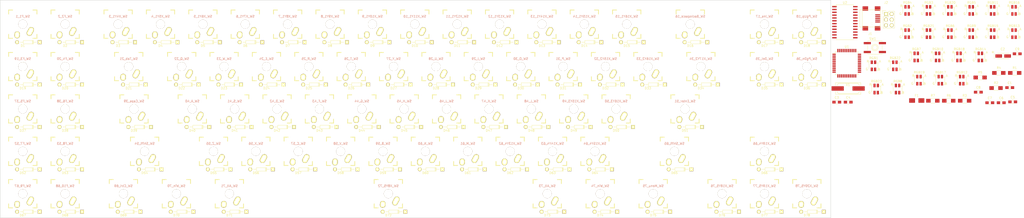
<source format=kicad_pcb>
(kicad_pcb (version 4) (host pcbnew 4.0.2-stable)
  (layers (0 F.Cu signal) (31 B.Cu signal) (34 B.Paste user) (35 F.Paste user) (36 B.SilkS user) (37 F.SilkS user) (38 B.Mask user) (39 F.Mask user) (44 Edge.Cuts user))
  (net 0 "")
  (net 1 "Net-(C1-Pad1)")
  (net 2 GND)
  (net 3 +5V)
  (net 4 "Net-(C6-Pad1)")
  (net 5 "Net-(C7-Pad1)")
  (net 6 "Net-(C8-Pad1)")
  (net 7 "Net-(C9-Pad1)")
  (net 8 "Net-(D1-Pad2)")
  (net 9 R1)
  (net 10 "Net-(D2-Pad2)")
  (net 11 "Net-(D3-Pad2)")
  (net 12 "Net-(D4-Pad2)")
  (net 13 "Net-(D5-Pad2)")
  (net 14 "Net-(D6-Pad2)")
  (net 15 "Net-(D7-Pad2)")
  (net 16 "Net-(D8-Pad2)")
  (net 17 "Net-(D9-Pad2)")
  (net 18 R6)
  (net 19 "Net-(D10-Pad2)")
  (net 20 "Net-(D11-Pad2)")
  (net 21 "Net-(D12-Pad2)")
  (net 22 "Net-(D13-Pad2)")
  (net 23 "Net-(D14-Pad2)")
  (net 24 "Net-(D15-Pad2)")
  (net 25 "Net-(D16-Pad2)")
  (net 26 "Net-(D17-Pad2)")
  (net 27 "Net-(D17-Pad1)")
  (net 28 "Net-(D18-Pad2)")
  (net 29 "Net-(D19-Pad2)")
  (net 30 "Net-(D19-Pad1)")
  (net 31 "Net-(D20-Pad2)")
  (net 32 "Net-(D21-Pad2)")
  (net 33 "Net-(D22-Pad2)")
  (net 34 "Net-(D23-Pad2)")
  (net 35 "Net-(D24-Pad2)")
  (net 36 "Net-(D25-Pad2)")
  (net 37 "Net-(D26-Pad2)")
  (net 38 "Net-(D27-Pad2)")
  (net 39 R7)
  (net 40 "Net-(D28-Pad2)")
  (net 41 "Net-(D29-Pad2)")
  (net 42 "Net-(D30-Pad2)")
  (net 43 "Net-(D31-Pad2)")
  (net 44 "Net-(D32-Pad2)")
  (net 45 "Net-(D33-Pad2)")
  (net 46 "Net-(D34-Pad2)")
  (net 47 "Net-(D35-Pad2)")
  (net 48 "Net-(D36-Pad2)")
  (net 49 "Net-(D37-Pad2)")
  (net 50 "Net-(D37-Pad1)")
  (net 51 "Net-(D38-Pad2)")
  (net 52 "Net-(D39-Pad2)")
  (net 53 "Net-(D40-Pad2)")
  (net 54 "Net-(D41-Pad2)")
  (net 55 "Net-(D42-Pad2)")
  (net 56 "Net-(D43-Pad2)")
  (net 57 "Net-(D44-Pad2)")
  (net 58 "Net-(D45-Pad2)")
  (net 59 R8)
  (net 60 "Net-(D46-Pad2)")
  (net 61 "Net-(D47-Pad2)")
  (net 62 "Net-(D48-Pad2)")
  (net 63 "Net-(D49-Pad2)")
  (net 64 "Net-(D50-Pad2)")
  (net 65 "Net-(D51-Pad2)")
  (net 66 "Net-(D52-Pad2)")
  (net 67 "Net-(D52-Pad1)")
  (net 68 "Net-(D53-Pad2)")
  (net 69 "Net-(D54-Pad2)")
  (net 70 "Net-(D55-Pad2)")
  (net 71 "Net-(D56-Pad2)")
  (net 72 "Net-(D57-Pad2)")
  (net 73 "Net-(D58-Pad2)")
  (net 74 "Net-(D59-Pad2)")
  (net 75 "Net-(D60-Pad2)")
  (net 76 R9)
  (net 77 "Net-(D61-Pad2)")
  (net 78 "Net-(D62-Pad2)")
  (net 79 "Net-(D63-Pad2)")
  (net 80 "Net-(D64-Pad2)")
  (net 81 "Net-(D65-Pad2)")
  (net 82 "Net-(D66-Pad2)")
  (net 83 "Net-(D67-Pad2)")
  (net 84 R5)
  (net 85 "Net-(D68-Pad2)")
  (net 86 "Net-(D69-Pad2)")
  (net 87 "Net-(D70-Pad2)")
  (net 88 "Net-(D71-Pad2)")
  (net 89 "Net-(D72-Pad2)")
  (net 90 "Net-(D73-Pad2)")
  (net 91 "Net-(D74-Pad2)")
  (net 92 "Net-(D75-Pad2)")
  (net 93 R10)
  (net 94 "Net-(D76-Pad2)")
  (net 95 "Net-(D77-Pad2)")
  (net 96 "Net-(F1-Pad1)")
  (net 97 "Net-(J1-Pad2)")
  (net 98 "Net-(J1-Pad3)")
  (net 99 R4/MISO)
  (net 100 R2/SCK)
  (net 101 R3/MOSI)
  (net 102 RST)
  (net 103 "Net-(R1-Pad1)")
  (net 104 "Net-(R2-Pad1)")
  (net 105 PWM_BLUE)
  (net 106 "Net-(R3-Pad1)")
  (net 107 PWM_GREEN)
  (net 108 "Net-(R4-Pad1)")
  (net 109 PWM_RED)
  (net 110 D-)
  (net 111 D+)
  (net 112 Z3)
  (net 113 Z2)
  (net 114 Z4)
  (net 115 Z1)
  (net 116 Z7)
  (net 117 Z5)
  (net 118 Z6)
  (net 119 Z8)
  (net 120 Z9)
  (net 121 Z10)
  (net 122 C5)
  (net 123 C7)
  (net 124 C4)
  (net 125 C8)
  (net 126 C3)
  (net 127 C6)
  (net 128 C1)
  (net 129 C2)
  (net 130 LED_SCL)
  (net 131 LED_SDA)
  (net 132 LED_NSRT)
  (net 133 "Net-(U2-Pad17)")
  (module MXALPS-NOLED (layer F.Cu) (at 38.1 28.575 180)
    (fp_text reference SW_F1_1 (at 0 3.5 360) (layer B.SilkS) (effects (font (thickness 0.2)) (justify mirror)))
    (fp_text value MX_LED hide)
    (pad "" np_thru_hole circle (at 0 0) (size 3.98781 3.98781) (drill 3.9878) (layers *.Cu *.Mask F.SilkS) (clearance 0.1524))
    (pad SW1 thru_hole oval (at -3.405 -3.27 330.95) (size 2.5 4.17) (drill oval 1.5 3.17) (layers *.Cu *.Mask F.SilkS) (net 128 C1))
    (pad SW2 thru_hole oval (at 2.52 -4.79 356.1) (size 2.5 3.08) (drill oval 1.5 2.08) (layers *.Cu *.Mask F.SilkS) (net 8 "Net-(D1-Pad2)"))
  )
  (module Diode_DO-35_SOD27_Horizontal_RM10 (layer F.Cu) (at 45.72 36.675 180)
    (fp_text reference D1 (at 7.62 -1.6 360) (layer F.SilkS))
    (fp_text value D hide)
    (pad 2 thru_hole circle (at 10.16052 -0.00254 180) (size 1.69926 1.69926) (drill 0.70104) (layers *.Cu *.Mask F.SilkS) (net 8 "Net-(D1-Pad2)"))
    (pad 1 thru_hole rect (at 0.00052 -0.00254 180) (size 1.69926 1.69926) (drill 0.70104) (layers *.Cu *.Mask F.SilkS) (net 9 R1))
  )
  (module MXALPS-NOLED (layer F.Cu) (at 57.15 28.575 180)
    (fp_text reference SW_F2_2 (at 0 3.5 360) (layer B.SilkS) (effects (font (thickness 0.2)) (justify mirror)))
    (fp_text value MX_LED hide)
    (pad "" np_thru_hole circle (at 0 0) (size 3.98781 3.98781) (drill 3.9878) (layers *.Cu *.Mask F.SilkS) (clearance 0.1524))
    (pad SW1 thru_hole oval (at -3.405 -3.27 330.95) (size 2.5 4.17) (drill oval 1.5 3.17) (layers *.Cu *.Mask F.SilkS) (net 129 C2))
    (pad SW2 thru_hole oval (at 2.52 -4.79 356.1) (size 2.5 3.08) (drill oval 1.5 2.08) (layers *.Cu *.Mask F.SilkS) (net 10 "Net-(D2-Pad2)"))
  )
  (module Diode_DO-35_SOD27_Horizontal_RM10 (layer F.Cu) (at 64.77 36.675 180)
    (fp_text reference D2 (at 7.62 -1.6 360) (layer F.SilkS))
    (fp_text value D hide)
    (pad 2 thru_hole circle (at 10.16052 -0.00254 180) (size 1.69926 1.69926) (drill 0.70104) (layers *.Cu *.Mask F.SilkS) (net 10 "Net-(D2-Pad2)"))
    (pad 1 thru_hole rect (at 0.00052 -0.00254 180) (size 1.69926 1.69926) (drill 0.70104) (layers *.Cu *.Mask F.SilkS) (net 9 R1))
  )
  (module MXALPS-NOLED (layer F.Cu) (at 80.9625 28.575 180)
    (fp_text reference SW_X4Y1_3 (at 0 3.5 360) (layer B.SilkS) (effects (font (thickness 0.2)) (justify mirror)))
    (fp_text value MX_LED hide)
    (pad "" np_thru_hole circle (at 0 0) (size 3.98781 3.98781) (drill 3.9878) (layers *.Cu *.Mask F.SilkS) (clearance 0.1524))
    (pad SW1 thru_hole oval (at -3.405 -3.27 330.95) (size 2.5 4.17) (drill oval 1.5 3.17) (layers *.Cu *.Mask F.SilkS) (net 126 C3))
    (pad SW2 thru_hole oval (at 2.52 -4.79 356.1) (size 2.5 3.08) (drill oval 1.5 2.08) (layers *.Cu *.Mask F.SilkS) (net 11 "Net-(D3-Pad2)"))
  )
  (module Diode_DO-35_SOD27_Horizontal_RM10 (layer F.Cu) (at 88.5825 36.675 180)
    (fp_text reference D3 (at 7.62 -1.6 360) (layer F.SilkS))
    (fp_text value D hide)
    (pad 2 thru_hole circle (at 10.16052 -0.00254 180) (size 1.69926 1.69926) (drill 0.70104) (layers *.Cu *.Mask F.SilkS) (net 11 "Net-(D3-Pad2)"))
    (pad 1 thru_hole rect (at 0.00052 -0.00254 180) (size 1.69926 1.69926) (drill 0.70104) (layers *.Cu *.Mask F.SilkS) (net 9 R1))
  )
  (module MXALPS-NOLED (layer F.Cu) (at 100.0125 28.575 180)
    (fp_text reference SW_X5Y1_4 (at 0 3.5 360) (layer B.SilkS) (effects (font (thickness 0.2)) (justify mirror)))
    (fp_text value MX_LED hide)
    (pad "" np_thru_hole circle (at 0 0) (size 3.98781 3.98781) (drill 3.9878) (layers *.Cu *.Mask F.SilkS) (clearance 0.1524))
    (pad SW1 thru_hole oval (at -3.405 -3.27 330.95) (size 2.5 4.17) (drill oval 1.5 3.17) (layers *.Cu *.Mask F.SilkS) (net 124 C4))
    (pad SW2 thru_hole oval (at 2.52 -4.79 356.1) (size 2.5 3.08) (drill oval 1.5 2.08) (layers *.Cu *.Mask F.SilkS) (net 12 "Net-(D4-Pad2)"))
  )
  (module Diode_DO-35_SOD27_Horizontal_RM10 (layer F.Cu) (at 107.6325 36.675 180)
    (fp_text reference D4 (at 7.62 -1.6 360) (layer F.SilkS))
    (fp_text value D hide)
    (pad 2 thru_hole circle (at 10.16052 -0.00254 180) (size 1.69926 1.69926) (drill 0.70104) (layers *.Cu *.Mask F.SilkS) (net 12 "Net-(D4-Pad2)"))
    (pad 1 thru_hole rect (at 0.00052 -0.00254 180) (size 1.69926 1.69926) (drill 0.70104) (layers *.Cu *.Mask F.SilkS) (net 9 R1))
  )
  (module MXALPS-NOLED (layer F.Cu) (at 119.0625 28.575 180)
    (fp_text reference SW_X6Y1_5 (at 0 3.5 360) (layer B.SilkS) (effects (font (thickness 0.2)) (justify mirror)))
    (fp_text value MX_LED hide)
    (pad "" np_thru_hole circle (at 0 0) (size 3.98781 3.98781) (drill 3.9878) (layers *.Cu *.Mask F.SilkS) (clearance 0.1524))
    (pad SW1 thru_hole oval (at -3.405 -3.27 330.95) (size 2.5 4.17) (drill oval 1.5 3.17) (layers *.Cu *.Mask F.SilkS) (net 122 C5))
    (pad SW2 thru_hole oval (at 2.52 -4.79 356.1) (size 2.5 3.08) (drill oval 1.5 2.08) (layers *.Cu *.Mask F.SilkS) (net 13 "Net-(D5-Pad2)"))
  )
  (module Diode_DO-35_SOD27_Horizontal_RM10 (layer F.Cu) (at 126.6825 36.675 180)
    (fp_text reference D5 (at 7.62 -1.6 360) (layer F.SilkS))
    (fp_text value D hide)
    (pad 2 thru_hole circle (at 10.16052 -0.00254 180) (size 1.69926 1.69926) (drill 0.70104) (layers *.Cu *.Mask F.SilkS) (net 13 "Net-(D5-Pad2)"))
    (pad 1 thru_hole rect (at 0.00052 -0.00254 180) (size 1.69926 1.69926) (drill 0.70104) (layers *.Cu *.Mask F.SilkS) (net 9 R1))
  )
  (module MXALPS-NOLED (layer F.Cu) (at 138.1125 28.575 180)
    (fp_text reference SW_X7Y1_6 (at 0 3.5 360) (layer B.SilkS) (effects (font (thickness 0.2)) (justify mirror)))
    (fp_text value MX_LED hide)
    (pad "" np_thru_hole circle (at 0 0) (size 3.98781 3.98781) (drill 3.9878) (layers *.Cu *.Mask F.SilkS) (clearance 0.1524))
    (pad SW1 thru_hole oval (at -3.405 -3.27 330.95) (size 2.5 4.17) (drill oval 1.5 3.17) (layers *.Cu *.Mask F.SilkS) (net 127 C6))
    (pad SW2 thru_hole oval (at 2.52 -4.79 356.1) (size 2.5 3.08) (drill oval 1.5 2.08) (layers *.Cu *.Mask F.SilkS) (net 14 "Net-(D6-Pad2)"))
  )
  (module Diode_DO-35_SOD27_Horizontal_RM10 (layer F.Cu) (at 145.7325 36.675 180)
    (fp_text reference D6 (at 7.62 -1.6 360) (layer F.SilkS))
    (fp_text value D hide)
    (pad 2 thru_hole circle (at 10.16052 -0.00254 180) (size 1.69926 1.69926) (drill 0.70104) (layers *.Cu *.Mask F.SilkS) (net 14 "Net-(D6-Pad2)"))
    (pad 1 thru_hole rect (at 0.00052 -0.00254 180) (size 1.69926 1.69926) (drill 0.70104) (layers *.Cu *.Mask F.SilkS) (net 9 R1))
  )
  (module MXALPS-NOLED (layer F.Cu) (at 157.1625 28.575 180)
    (fp_text reference SW_X8Y1_7 (at 0 3.5 360) (layer B.SilkS) (effects (font (thickness 0.2)) (justify mirror)))
    (fp_text value MX_LED hide)
    (pad "" np_thru_hole circle (at 0 0) (size 3.98781 3.98781) (drill 3.9878) (layers *.Cu *.Mask F.SilkS) (clearance 0.1524))
    (pad SW1 thru_hole oval (at -3.405 -3.27 330.95) (size 2.5 4.17) (drill oval 1.5 3.17) (layers *.Cu *.Mask F.SilkS) (net 123 C7))
    (pad SW2 thru_hole oval (at 2.52 -4.79 356.1) (size 2.5 3.08) (drill oval 1.5 2.08) (layers *.Cu *.Mask F.SilkS) (net 15 "Net-(D7-Pad2)"))
  )
  (module Diode_DO-35_SOD27_Horizontal_RM10 (layer F.Cu) (at 164.7825 36.675 180)
    (fp_text reference D7 (at 7.62 -1.6 360) (layer F.SilkS))
    (fp_text value D hide)
    (pad 2 thru_hole circle (at 10.16052 -0.00254 180) (size 1.69926 1.69926) (drill 0.70104) (layers *.Cu *.Mask F.SilkS) (net 15 "Net-(D7-Pad2)"))
    (pad 1 thru_hole rect (at 0.00052 -0.00254 180) (size 1.69926 1.69926) (drill 0.70104) (layers *.Cu *.Mask F.SilkS) (net 9 R1))
  )
  (module MXALPS-NOLED (layer F.Cu) (at 176.2125 28.575 180)
    (fp_text reference SW_X9Y1_8 (at 0 3.5 360) (layer B.SilkS) (effects (font (thickness 0.2)) (justify mirror)))
    (fp_text value MX_LED hide)
    (pad "" np_thru_hole circle (at 0 0) (size 3.98781 3.98781) (drill 3.9878) (layers *.Cu *.Mask F.SilkS) (clearance 0.1524))
    (pad SW1 thru_hole oval (at -3.405 -3.27 330.95) (size 2.5 4.17) (drill oval 1.5 3.17) (layers *.Cu *.Mask F.SilkS) (net 125 C8))
    (pad SW2 thru_hole oval (at 2.52 -4.79 356.1) (size 2.5 3.08) (drill oval 1.5 2.08) (layers *.Cu *.Mask F.SilkS) (net 16 "Net-(D8-Pad2)"))
  )
  (module Diode_DO-35_SOD27_Horizontal_RM10 (layer F.Cu) (at 183.8325 36.675 180)
    (fp_text reference D8 (at 7.62 -1.6 360) (layer F.SilkS))
    (fp_text value D hide)
    (pad 2 thru_hole circle (at 10.16052 -0.00254 180) (size 1.69926 1.69926) (drill 0.70104) (layers *.Cu *.Mask F.SilkS) (net 16 "Net-(D8-Pad2)"))
    (pad 1 thru_hole rect (at 0.00052 -0.00254 180) (size 1.69926 1.69926) (drill 0.70104) (layers *.Cu *.Mask F.SilkS) (net 9 R1))
  )
  (module MXALPS-NOLED (layer F.Cu) (at 195.2625 28.575 180)
    (fp_text reference SW_X10Y1_9 (at 0 3.5 360) (layer B.SilkS) (effects (font (thickness 0.2)) (justify mirror)))
    (fp_text value MX_LED hide)
    (pad "" np_thru_hole circle (at 0 0) (size 3.98781 3.98781) (drill 3.9878) (layers *.Cu *.Mask F.SilkS) (clearance 0.1524))
    (pad SW1 thru_hole oval (at -3.405 -3.27 330.95) (size 2.5 4.17) (drill oval 1.5 3.17) (layers *.Cu *.Mask F.SilkS) (net 128 C1))
    (pad SW2 thru_hole oval (at 2.52 -4.79 356.1) (size 2.5 3.08) (drill oval 1.5 2.08) (layers *.Cu *.Mask F.SilkS) (net 17 "Net-(D9-Pad2)"))
  )
  (module Diode_DO-35_SOD27_Horizontal_RM10 (layer F.Cu) (at 202.8825 36.675 180)
    (fp_text reference D9 (at 7.62 -1.6 360) (layer F.SilkS))
    (fp_text value D hide)
    (pad 2 thru_hole circle (at 10.16052 -0.00254 180) (size 1.69926 1.69926) (drill 0.70104) (layers *.Cu *.Mask F.SilkS) (net 17 "Net-(D9-Pad2)"))
    (pad 1 thru_hole rect (at 0.00052 -0.00254 180) (size 1.69926 1.69926) (drill 0.70104) (layers *.Cu *.Mask F.SilkS) (net 18 R6))
  )
  (module MXALPS-NOLED (layer F.Cu) (at 214.3125 28.575 180)
    (fp_text reference SW_X11Y1_10 (at 0 3.5 360) (layer B.SilkS) (effects (font (thickness 0.2)) (justify mirror)))
    (fp_text value MX_LED hide)
    (pad "" np_thru_hole circle (at 0 0) (size 3.98781 3.98781) (drill 3.9878) (layers *.Cu *.Mask F.SilkS) (clearance 0.1524))
    (pad SW1 thru_hole oval (at -3.405 -3.27 330.95) (size 2.5 4.17) (drill oval 1.5 3.17) (layers *.Cu *.Mask F.SilkS) (net 129 C2))
    (pad SW2 thru_hole oval (at 2.52 -4.79 356.1) (size 2.5 3.08) (drill oval 1.5 2.08) (layers *.Cu *.Mask F.SilkS) (net 19 "Net-(D10-Pad2)"))
  )
  (module Diode_DO-35_SOD27_Horizontal_RM10 (layer F.Cu) (at 221.9325 36.675 180)
    (fp_text reference D10 (at 7.62 -1.6 360) (layer F.SilkS))
    (fp_text value D hide)
    (pad 2 thru_hole circle (at 10.16052 -0.00254 180) (size 1.69926 1.69926) (drill 0.70104) (layers *.Cu *.Mask F.SilkS) (net 19 "Net-(D10-Pad2)"))
    (pad 1 thru_hole rect (at 0.00052 -0.00254 180) (size 1.69926 1.69926) (drill 0.70104) (layers *.Cu *.Mask F.SilkS) (net 18 R6))
  )
  (module MXALPS-NOLED (layer F.Cu) (at 233.3625 28.575 180)
    (fp_text reference SW_X12Y1_11 (at 0 3.5 360) (layer B.SilkS) (effects (font (thickness 0.2)) (justify mirror)))
    (fp_text value MX_LED hide)
    (pad "" np_thru_hole circle (at 0 0) (size 3.98781 3.98781) (drill 3.9878) (layers *.Cu *.Mask F.SilkS) (clearance 0.1524))
    (pad SW1 thru_hole oval (at -3.405 -3.27 330.95) (size 2.5 4.17) (drill oval 1.5 3.17) (layers *.Cu *.Mask F.SilkS) (net 126 C3))
    (pad SW2 thru_hole oval (at 2.52 -4.79 356.1) (size 2.5 3.08) (drill oval 1.5 2.08) (layers *.Cu *.Mask F.SilkS) (net 20 "Net-(D11-Pad2)"))
  )
  (module Diode_DO-35_SOD27_Horizontal_RM10 (layer F.Cu) (at 240.9825 36.675 180)
    (fp_text reference D11 (at 7.62 -1.6 360) (layer F.SilkS))
    (fp_text value D hide)
    (pad 2 thru_hole circle (at 10.16052 -0.00254 180) (size 1.69926 1.69926) (drill 0.70104) (layers *.Cu *.Mask F.SilkS) (net 20 "Net-(D11-Pad2)"))
    (pad 1 thru_hole rect (at 0.00052 -0.00254 180) (size 1.69926 1.69926) (drill 0.70104) (layers *.Cu *.Mask F.SilkS) (net 18 R6))
  )
  (module MXALPS-NOLED (layer F.Cu) (at 252.4125 28.575 180)
    (fp_text reference SW_X13Y1_12 (at 0 3.5 360) (layer B.SilkS) (effects (font (thickness 0.2)) (justify mirror)))
    (fp_text value MX_LED hide)
    (pad "" np_thru_hole circle (at 0 0) (size 3.98781 3.98781) (drill 3.9878) (layers *.Cu *.Mask F.SilkS) (clearance 0.1524))
    (pad SW1 thru_hole oval (at -3.405 -3.27 330.95) (size 2.5 4.17) (drill oval 1.5 3.17) (layers *.Cu *.Mask F.SilkS) (net 124 C4))
    (pad SW2 thru_hole oval (at 2.52 -4.79 356.1) (size 2.5 3.08) (drill oval 1.5 2.08) (layers *.Cu *.Mask F.SilkS) (net 21 "Net-(D12-Pad2)"))
  )
  (module Diode_DO-35_SOD27_Horizontal_RM10 (layer F.Cu) (at 260.0325 36.675 180)
    (fp_text reference D12 (at 7.62 -1.6 360) (layer F.SilkS))
    (fp_text value D hide)
    (pad 2 thru_hole circle (at 10.16052 -0.00254 180) (size 1.69926 1.69926) (drill 0.70104) (layers *.Cu *.Mask F.SilkS) (net 21 "Net-(D12-Pad2)"))
    (pad 1 thru_hole rect (at 0.00052 -0.00254 180) (size 1.69926 1.69926) (drill 0.70104) (layers *.Cu *.Mask F.SilkS) (net 18 R6))
  )
  (module MXALPS-NOLED (layer F.Cu) (at 271.4625 28.575 180)
    (fp_text reference SW_X14Y1_13 (at 0 3.5 360) (layer B.SilkS) (effects (font (thickness 0.2)) (justify mirror)))
    (fp_text value MX_LED hide)
    (pad "" np_thru_hole circle (at 0 0) (size 3.98781 3.98781) (drill 3.9878) (layers *.Cu *.Mask F.SilkS) (clearance 0.1524))
    (pad SW1 thru_hole oval (at -3.405 -3.27 330.95) (size 2.5 4.17) (drill oval 1.5 3.17) (layers *.Cu *.Mask F.SilkS) (net 122 C5))
    (pad SW2 thru_hole oval (at 2.52 -4.79 356.1) (size 2.5 3.08) (drill oval 1.5 2.08) (layers *.Cu *.Mask F.SilkS) (net 22 "Net-(D13-Pad2)"))
  )
  (module Diode_DO-35_SOD27_Horizontal_RM10 (layer F.Cu) (at 279.0825 36.675 180)
    (fp_text reference D13 (at 7.62 -1.6 360) (layer F.SilkS))
    (fp_text value D hide)
    (pad 2 thru_hole circle (at 10.16052 -0.00254 180) (size 1.69926 1.69926) (drill 0.70104) (layers *.Cu *.Mask F.SilkS) (net 22 "Net-(D13-Pad2)"))
    (pad 1 thru_hole rect (at 0.00052 -0.00254 180) (size 1.69926 1.69926) (drill 0.70104) (layers *.Cu *.Mask F.SilkS) (net 18 R6))
  )
  (module MXALPS-NOLED (layer F.Cu) (at 290.5125 28.575 180)
    (fp_text reference SW_X15Y1_14 (at 0 3.5 360) (layer B.SilkS) (effects (font (thickness 0.2)) (justify mirror)))
    (fp_text value MX_LED hide)
    (pad "" np_thru_hole circle (at 0 0) (size 3.98781 3.98781) (drill 3.9878) (layers *.Cu *.Mask F.SilkS) (clearance 0.1524))
    (pad SW1 thru_hole oval (at -3.405 -3.27 330.95) (size 2.5 4.17) (drill oval 1.5 3.17) (layers *.Cu *.Mask F.SilkS) (net 127 C6))
    (pad SW2 thru_hole oval (at 2.52 -4.79 356.1) (size 2.5 3.08) (drill oval 1.5 2.08) (layers *.Cu *.Mask F.SilkS) (net 23 "Net-(D14-Pad2)"))
  )
  (module Diode_DO-35_SOD27_Horizontal_RM10 (layer F.Cu) (at 298.1325 36.675 180)
    (fp_text reference D14 (at 7.62 -1.6 360) (layer F.SilkS))
    (fp_text value D hide)
    (pad 2 thru_hole circle (at 10.16052 -0.00254 180) (size 1.69926 1.69926) (drill 0.70104) (layers *.Cu *.Mask F.SilkS) (net 23 "Net-(D14-Pad2)"))
    (pad 1 thru_hole rect (at 0.00052 -0.00254 180) (size 1.69926 1.69926) (drill 0.70104) (layers *.Cu *.Mask F.SilkS) (net 18 R6))
  )
  (module MXALPS-NOLED (layer F.Cu) (at 309.5625 28.575 180)
    (fp_text reference SW_X16Y1_15 (at 0 3.5 360) (layer B.SilkS) (effects (font (thickness 0.2)) (justify mirror)))
    (fp_text value MX_LED hide)
    (pad "" np_thru_hole circle (at 0 0) (size 3.98781 3.98781) (drill 3.9878) (layers *.Cu *.Mask F.SilkS) (clearance 0.1524))
    (pad SW1 thru_hole oval (at -3.405 -3.27 330.95) (size 2.5 4.17) (drill oval 1.5 3.17) (layers *.Cu *.Mask F.SilkS) (net 123 C7))
    (pad SW2 thru_hole oval (at 2.52 -4.79 356.1) (size 2.5 3.08) (drill oval 1.5 2.08) (layers *.Cu *.Mask F.SilkS) (net 24 "Net-(D15-Pad2)"))
  )
  (module Diode_DO-35_SOD27_Horizontal_RM10 (layer F.Cu) (at 317.1825 36.675 180)
    (fp_text reference D15 (at 7.62 -1.6 360) (layer F.SilkS))
    (fp_text value D hide)
    (pad 2 thru_hole circle (at 10.16052 -0.00254 180) (size 1.69926 1.69926) (drill 0.70104) (layers *.Cu *.Mask F.SilkS) (net 24 "Net-(D15-Pad2)"))
    (pad 1 thru_hole rect (at 0.00052 -0.00254 180) (size 1.69926 1.69926) (drill 0.70104) (layers *.Cu *.Mask F.SilkS) (net 18 R6))
  )
  (module MXALPS-NOLED (layer F.Cu) (at 338.1375 28.575 180)
    (fp_text reference SW_Backspace_16 (at 0 3.5 360) (layer B.SilkS) (effects (font (thickness 0.2)) (justify mirror)))
    (fp_text value MX_LED hide)
    (pad "" np_thru_hole circle (at 0 0) (size 3.98781 3.98781) (drill 3.9878) (layers *.Cu *.Mask F.SilkS) (clearance 0.1524))
    (pad SW1 thru_hole oval (at -3.405 -3.27 330.95) (size 2.5 4.17) (drill oval 1.5 3.17) (layers *.Cu *.Mask F.SilkS) (net 125 C8))
    (pad SW2 thru_hole oval (at 2.52 -4.79 356.1) (size 2.5 3.08) (drill oval 1.5 2.08) (layers *.Cu *.Mask F.SilkS) (net 25 "Net-(D16-Pad2)"))
  )
  (module Diode_DO-35_SOD27_Horizontal_RM10 (layer F.Cu) (at 345.7575 36.675 180)
    (fp_text reference D16 (at 7.62 -1.6 360) (layer F.SilkS))
    (fp_text value D hide)
    (pad 2 thru_hole circle (at 10.16052 -0.00254 180) (size 1.69926 1.69926) (drill 0.70104) (layers *.Cu *.Mask F.SilkS) (net 25 "Net-(D16-Pad2)"))
    (pad 1 thru_hole rect (at 0.00052 -0.00254 180) (size 1.69926 1.69926) (drill 0.70104) (layers *.Cu *.Mask F.SilkS) (net 18 R6))
  )
  (module MXALPS-NOLED (layer F.Cu) (at 371.475 28.575 180)
    (fp_text reference SW_Ins_17 (at 0 3.5 360) (layer B.SilkS) (effects (font (thickness 0.2)) (justify mirror)))
    (fp_text value MX_LED hide)
    (pad "" np_thru_hole circle (at 0 0) (size 3.98781 3.98781) (drill 3.9878) (layers *.Cu *.Mask F.SilkS) (clearance 0.1524))
    (pad SW1 thru_hole oval (at -3.405 -3.27 330.95) (size 2.5 4.17) (drill oval 1.5 3.17) (layers *.Cu *.Mask F.SilkS) (net 122 C5))
    (pad SW2 thru_hole oval (at 2.52 -4.79 356.1) (size 2.5 3.08) (drill oval 1.5 2.08) (layers *.Cu *.Mask F.SilkS) (net 26 "Net-(D17-Pad2)"))
  )
  (module Diode_DO-35_SOD27_Horizontal_RM10 (layer F.Cu) (at 379.095 36.675 180)
    (fp_text reference D17 (at 7.62 -1.6 360) (layer F.SilkS))
    (fp_text value D hide)
    (pad 2 thru_hole circle (at 10.16052 -0.00254 180) (size 1.69926 1.69926) (drill 0.70104) (layers *.Cu *.Mask F.SilkS) (net 26 "Net-(D17-Pad2)"))
    (pad 1 thru_hole rect (at 0.00052 -0.00254 180) (size 1.69926 1.69926) (drill 0.70104) (layers *.Cu *.Mask F.SilkS) (net 27 "Net-(D17-Pad1)"))
  )
  (module MXALPS-NOLED (layer F.Cu) (at 390.525 28.575 180)
    (fp_text reference SW_PgUp_18 (at 0 3.5 360) (layer B.SilkS) (effects (font (thickness 0.2)) (justify mirror)))
    (fp_text value MX_LED hide)
    (pad "" np_thru_hole circle (at 0 0) (size 3.98781 3.98781) (drill 3.9878) (layers *.Cu *.Mask F.SilkS) (clearance 0.1524))
    (pad SW1 thru_hole oval (at -3.405 -3.27 330.95) (size 2.5 4.17) (drill oval 1.5 3.17) (layers *.Cu *.Mask F.SilkS) (net 127 C6))
    (pad SW2 thru_hole oval (at 2.52 -4.79 356.1) (size 2.5 3.08) (drill oval 1.5 2.08) (layers *.Cu *.Mask F.SilkS) (net 28 "Net-(D18-Pad2)"))
  )
  (module Diode_DO-35_SOD27_Horizontal_RM10 (layer F.Cu) (at 398.145 36.675 180)
    (fp_text reference D18 (at 7.62 -1.6 360) (layer F.SilkS))
    (fp_text value D hide)
    (pad 2 thru_hole circle (at 10.16052 -0.00254 180) (size 1.69926 1.69926) (drill 0.70104) (layers *.Cu *.Mask F.SilkS) (net 28 "Net-(D18-Pad2)"))
    (pad 1 thru_hole rect (at 0.00052 -0.00254 180) (size 1.69926 1.69926) (drill 0.70104) (layers *.Cu *.Mask F.SilkS) (net 27 "Net-(D17-Pad1)"))
  )
  (module MXALPS-NOLED (layer F.Cu) (at 38.1 47.625 180)
    (fp_text reference SW_F3_19 (at 0 3.5 360) (layer B.SilkS) (effects (font (thickness 0.2)) (justify mirror)))
    (fp_text value MX_LED hide)
    (pad "" np_thru_hole circle (at 0 0) (size 3.98781 3.98781) (drill 3.9878) (layers *.Cu *.Mask F.SilkS) (clearance 0.1524))
    (pad SW1 thru_hole oval (at -3.405 -3.27 330.95) (size 2.5 4.17) (drill oval 1.5 3.17) (layers *.Cu *.Mask F.SilkS) (net 128 C1))
    (pad SW2 thru_hole oval (at 2.52 -4.79 356.1) (size 2.5 3.08) (drill oval 1.5 2.08) (layers *.Cu *.Mask F.SilkS) (net 29 "Net-(D19-Pad2)"))
  )
  (module Diode_DO-35_SOD27_Horizontal_RM10 (layer F.Cu) (at 45.72 55.725 180)
    (fp_text reference D19 (at 7.62 -1.6 360) (layer F.SilkS))
    (fp_text value D hide)
    (pad 2 thru_hole circle (at 10.16052 -0.00254 180) (size 1.69926 1.69926) (drill 0.70104) (layers *.Cu *.Mask F.SilkS) (net 29 "Net-(D19-Pad2)"))
    (pad 1 thru_hole rect (at 0.00052 -0.00254 180) (size 1.69926 1.69926) (drill 0.70104) (layers *.Cu *.Mask F.SilkS) (net 30 "Net-(D19-Pad1)"))
  )
  (module MXALPS-NOLED (layer F.Cu) (at 57.15 47.625 180)
    (fp_text reference SW_F4_20 (at 0 3.5 360) (layer B.SilkS) (effects (font (thickness 0.2)) (justify mirror)))
    (fp_text value MX_LED hide)
    (pad "" np_thru_hole circle (at 0 0) (size 3.98781 3.98781) (drill 3.9878) (layers *.Cu *.Mask F.SilkS) (clearance 0.1524))
    (pad SW1 thru_hole oval (at -3.405 -3.27 330.95) (size 2.5 4.17) (drill oval 1.5 3.17) (layers *.Cu *.Mask F.SilkS) (net 129 C2))
    (pad SW2 thru_hole oval (at 2.52 -4.79 356.1) (size 2.5 3.08) (drill oval 1.5 2.08) (layers *.Cu *.Mask F.SilkS) (net 31 "Net-(D20-Pad2)"))
  )
  (module Diode_DO-35_SOD27_Horizontal_RM10 (layer F.Cu) (at 64.77 55.725 180)
    (fp_text reference D20 (at 7.62 -1.6 360) (layer F.SilkS))
    (fp_text value D hide)
    (pad 2 thru_hole circle (at 10.16052 -0.00254 180) (size 1.69926 1.69926) (drill 0.70104) (layers *.Cu *.Mask F.SilkS) (net 31 "Net-(D20-Pad2)"))
    (pad 1 thru_hole rect (at 0.00052 -0.00254 180) (size 1.69926 1.69926) (drill 0.70104) (layers *.Cu *.Mask F.SilkS) (net 30 "Net-(D19-Pad1)"))
  )
  (module MXALPS-NOLED (layer F.Cu) (at 85.725 47.625 180)
    (fp_text reference SW_Tab_21 (at 0 3.5 360) (layer B.SilkS) (effects (font (thickness 0.2)) (justify mirror)))
    (fp_text value MX_LED hide)
    (pad "" np_thru_hole circle (at 0 0) (size 3.98781 3.98781) (drill 3.9878) (layers *.Cu *.Mask F.SilkS) (clearance 0.1524))
    (pad SW1 thru_hole oval (at -3.405 -3.27 330.95) (size 2.5 4.17) (drill oval 1.5 3.17) (layers *.Cu *.Mask F.SilkS) (net 126 C3))
    (pad SW2 thru_hole oval (at 2.52 -4.79 356.1) (size 2.5 3.08) (drill oval 1.5 2.08) (layers *.Cu *.Mask F.SilkS) (net 32 "Net-(D21-Pad2)"))
  )
  (module Diode_DO-35_SOD27_Horizontal_RM10 (layer F.Cu) (at 93.345 55.725 180)
    (fp_text reference D21 (at 7.62 -1.6 360) (layer F.SilkS))
    (fp_text value D hide)
    (pad 2 thru_hole circle (at 10.16052 -0.00254 180) (size 1.69926 1.69926) (drill 0.70104) (layers *.Cu *.Mask F.SilkS) (net 32 "Net-(D21-Pad2)"))
    (pad 1 thru_hole rect (at 0.00052 -0.00254 180) (size 1.69926 1.69926) (drill 0.70104) (layers *.Cu *.Mask F.SilkS) (net 30 "Net-(D19-Pad1)"))
  )
  (module MXALPS-NOLED (layer F.Cu) (at 109.5375 47.625 180)
    (fp_text reference SW_Q_22 (at 0 3.5 360) (layer B.SilkS) (effects (font (thickness 0.2)) (justify mirror)))
    (fp_text value MX_LED hide)
    (pad "" np_thru_hole circle (at 0 0) (size 3.98781 3.98781) (drill 3.9878) (layers *.Cu *.Mask F.SilkS) (clearance 0.1524))
    (pad SW1 thru_hole oval (at -3.405 -3.27 330.95) (size 2.5 4.17) (drill oval 1.5 3.17) (layers *.Cu *.Mask F.SilkS) (net 124 C4))
    (pad SW2 thru_hole oval (at 2.52 -4.79 356.1) (size 2.5 3.08) (drill oval 1.5 2.08) (layers *.Cu *.Mask F.SilkS) (net 33 "Net-(D22-Pad2)"))
  )
  (module Diode_DO-35_SOD27_Horizontal_RM10 (layer F.Cu) (at 117.1575 55.725 180)
    (fp_text reference D22 (at 7.62 -1.6 360) (layer F.SilkS))
    (fp_text value D hide)
    (pad 2 thru_hole circle (at 10.16052 -0.00254 180) (size 1.69926 1.69926) (drill 0.70104) (layers *.Cu *.Mask F.SilkS) (net 33 "Net-(D22-Pad2)"))
    (pad 1 thru_hole rect (at 0.00052 -0.00254 180) (size 1.69926 1.69926) (drill 0.70104) (layers *.Cu *.Mask F.SilkS) (net 30 "Net-(D19-Pad1)"))
  )
  (module MXALPS-NOLED (layer F.Cu) (at 128.5875 47.625 180)
    (fp_text reference SW_W_23 (at 0 3.5 360) (layer B.SilkS) (effects (font (thickness 0.2)) (justify mirror)))
    (fp_text value MX_LED hide)
    (pad "" np_thru_hole circle (at 0 0) (size 3.98781 3.98781) (drill 3.9878) (layers *.Cu *.Mask F.SilkS) (clearance 0.1524))
    (pad SW1 thru_hole oval (at -3.405 -3.27 330.95) (size 2.5 4.17) (drill oval 1.5 3.17) (layers *.Cu *.Mask F.SilkS) (net 122 C5))
    (pad SW2 thru_hole oval (at 2.52 -4.79 356.1) (size 2.5 3.08) (drill oval 1.5 2.08) (layers *.Cu *.Mask F.SilkS) (net 34 "Net-(D23-Pad2)"))
  )
  (module Diode_DO-35_SOD27_Horizontal_RM10 (layer F.Cu) (at 136.2075 55.725 180)
    (fp_text reference D23 (at 7.62 -1.6 360) (layer F.SilkS))
    (fp_text value D hide)
    (pad 2 thru_hole circle (at 10.16052 -0.00254 180) (size 1.69926 1.69926) (drill 0.70104) (layers *.Cu *.Mask F.SilkS) (net 34 "Net-(D23-Pad2)"))
    (pad 1 thru_hole rect (at 0.00052 -0.00254 180) (size 1.69926 1.69926) (drill 0.70104) (layers *.Cu *.Mask F.SilkS) (net 30 "Net-(D19-Pad1)"))
  )
  (module MXALPS-NOLED (layer F.Cu) (at 147.6375 47.625 180)
    (fp_text reference SW_E_24 (at 0 3.5 360) (layer B.SilkS) (effects (font (thickness 0.2)) (justify mirror)))
    (fp_text value MX_LED hide)
    (pad "" np_thru_hole circle (at 0 0) (size 3.98781 3.98781) (drill 3.9878) (layers *.Cu *.Mask F.SilkS) (clearance 0.1524))
    (pad SW1 thru_hole oval (at -3.405 -3.27 330.95) (size 2.5 4.17) (drill oval 1.5 3.17) (layers *.Cu *.Mask F.SilkS) (net 127 C6))
    (pad SW2 thru_hole oval (at 2.52 -4.79 356.1) (size 2.5 3.08) (drill oval 1.5 2.08) (layers *.Cu *.Mask F.SilkS) (net 35 "Net-(D24-Pad2)"))
  )
  (module Diode_DO-35_SOD27_Horizontal_RM10 (layer F.Cu) (at 155.2575 55.725 180)
    (fp_text reference D24 (at 7.62 -1.6 360) (layer F.SilkS))
    (fp_text value D hide)
    (pad 2 thru_hole circle (at 10.16052 -0.00254 180) (size 1.69926 1.69926) (drill 0.70104) (layers *.Cu *.Mask F.SilkS) (net 35 "Net-(D24-Pad2)"))
    (pad 1 thru_hole rect (at 0.00052 -0.00254 180) (size 1.69926 1.69926) (drill 0.70104) (layers *.Cu *.Mask F.SilkS) (net 30 "Net-(D19-Pad1)"))
  )
  (module MXALPS-NOLED (layer F.Cu) (at 166.6875 47.625 180)
    (fp_text reference SW_R_25 (at 0 3.5 360) (layer B.SilkS) (effects (font (thickness 0.2)) (justify mirror)))
    (fp_text value MX_LED hide)
    (pad "" np_thru_hole circle (at 0 0) (size 3.98781 3.98781) (drill 3.9878) (layers *.Cu *.Mask F.SilkS) (clearance 0.1524))
    (pad SW1 thru_hole oval (at -3.405 -3.27 330.95) (size 2.5 4.17) (drill oval 1.5 3.17) (layers *.Cu *.Mask F.SilkS) (net 123 C7))
    (pad SW2 thru_hole oval (at 2.52 -4.79 356.1) (size 2.5 3.08) (drill oval 1.5 2.08) (layers *.Cu *.Mask F.SilkS) (net 36 "Net-(D25-Pad2)"))
  )
  (module Diode_DO-35_SOD27_Horizontal_RM10 (layer F.Cu) (at 174.3075 55.725 180)
    (fp_text reference D25 (at 7.62 -1.6 360) (layer F.SilkS))
    (fp_text value D hide)
    (pad 2 thru_hole circle (at 10.16052 -0.00254 180) (size 1.69926 1.69926) (drill 0.70104) (layers *.Cu *.Mask F.SilkS) (net 36 "Net-(D25-Pad2)"))
    (pad 1 thru_hole rect (at 0.00052 -0.00254 180) (size 1.69926 1.69926) (drill 0.70104) (layers *.Cu *.Mask F.SilkS) (net 30 "Net-(D19-Pad1)"))
  )
  (module MXALPS-NOLED (layer F.Cu) (at 185.7375 47.625 180)
    (fp_text reference SW_T_26 (at 0 3.5 360) (layer B.SilkS) (effects (font (thickness 0.2)) (justify mirror)))
    (fp_text value MX_LED hide)
    (pad "" np_thru_hole circle (at 0 0) (size 3.98781 3.98781) (drill 3.9878) (layers *.Cu *.Mask F.SilkS) (clearance 0.1524))
    (pad SW1 thru_hole oval (at -3.405 -3.27 330.95) (size 2.5 4.17) (drill oval 1.5 3.17) (layers *.Cu *.Mask F.SilkS) (net 125 C8))
    (pad SW2 thru_hole oval (at 2.52 -4.79 356.1) (size 2.5 3.08) (drill oval 1.5 2.08) (layers *.Cu *.Mask F.SilkS) (net 37 "Net-(D26-Pad2)"))
  )
  (module Diode_DO-35_SOD27_Horizontal_RM10 (layer F.Cu) (at 193.3575 55.725 180)
    (fp_text reference D26 (at 7.62 -1.6 360) (layer F.SilkS))
    (fp_text value D hide)
    (pad 2 thru_hole circle (at 10.16052 -0.00254 180) (size 1.69926 1.69926) (drill 0.70104) (layers *.Cu *.Mask F.SilkS) (net 37 "Net-(D26-Pad2)"))
    (pad 1 thru_hole rect (at 0.00052 -0.00254 180) (size 1.69926 1.69926) (drill 0.70104) (layers *.Cu *.Mask F.SilkS) (net 30 "Net-(D19-Pad1)"))
  )
  (module MXALPS-NOLED (layer F.Cu) (at 204.7875 47.625 180)
    (fp_text reference SW_Y_27 (at 0 3.5 360) (layer B.SilkS) (effects (font (thickness 0.2)) (justify mirror)))
    (fp_text value MX_LED hide)
    (pad "" np_thru_hole circle (at 0 0) (size 3.98781 3.98781) (drill 3.9878) (layers *.Cu *.Mask F.SilkS) (clearance 0.1524))
    (pad SW1 thru_hole oval (at -3.405 -3.27 330.95) (size 2.5 4.17) (drill oval 1.5 3.17) (layers *.Cu *.Mask F.SilkS) (net 128 C1))
    (pad SW2 thru_hole oval (at 2.52 -4.79 356.1) (size 2.5 3.08) (drill oval 1.5 2.08) (layers *.Cu *.Mask F.SilkS) (net 38 "Net-(D27-Pad2)"))
  )
  (module Diode_DO-35_SOD27_Horizontal_RM10 (layer F.Cu) (at 212.4075 55.725 180)
    (fp_text reference D27 (at 7.62 -1.6 360) (layer F.SilkS))
    (fp_text value D hide)
    (pad 2 thru_hole circle (at 10.16052 -0.00254 180) (size 1.69926 1.69926) (drill 0.70104) (layers *.Cu *.Mask F.SilkS) (net 38 "Net-(D27-Pad2)"))
    (pad 1 thru_hole rect (at 0.00052 -0.00254 180) (size 1.69926 1.69926) (drill 0.70104) (layers *.Cu *.Mask F.SilkS) (net 39 R7))
  )
  (module MXALPS-NOLED (layer F.Cu) (at 223.8375 47.625 180)
    (fp_text reference SW_U_28 (at 0 3.5 360) (layer B.SilkS) (effects (font (thickness 0.2)) (justify mirror)))
    (fp_text value MX_LED hide)
    (pad "" np_thru_hole circle (at 0 0) (size 3.98781 3.98781) (drill 3.9878) (layers *.Cu *.Mask F.SilkS) (clearance 0.1524))
    (pad SW1 thru_hole oval (at -3.405 -3.27 330.95) (size 2.5 4.17) (drill oval 1.5 3.17) (layers *.Cu *.Mask F.SilkS) (net 129 C2))
    (pad SW2 thru_hole oval (at 2.52 -4.79 356.1) (size 2.5 3.08) (drill oval 1.5 2.08) (layers *.Cu *.Mask F.SilkS) (net 40 "Net-(D28-Pad2)"))
  )
  (module Diode_DO-35_SOD27_Horizontal_RM10 (layer F.Cu) (at 231.4575 55.725 180)
    (fp_text reference D28 (at 7.62 -1.6 360) (layer F.SilkS))
    (fp_text value D hide)
    (pad 2 thru_hole circle (at 10.16052 -0.00254 180) (size 1.69926 1.69926) (drill 0.70104) (layers *.Cu *.Mask F.SilkS) (net 40 "Net-(D28-Pad2)"))
    (pad 1 thru_hole rect (at 0.00052 -0.00254 180) (size 1.69926 1.69926) (drill 0.70104) (layers *.Cu *.Mask F.SilkS) (net 39 R7))
  )
  (module MXALPS-NOLED (layer F.Cu) (at 242.8875 47.625 180)
    (fp_text reference SW_I_29 (at 0 3.5 360) (layer B.SilkS) (effects (font (thickness 0.2)) (justify mirror)))
    (fp_text value MX_LED hide)
    (pad "" np_thru_hole circle (at 0 0) (size 3.98781 3.98781) (drill 3.9878) (layers *.Cu *.Mask F.SilkS) (clearance 0.1524))
    (pad SW1 thru_hole oval (at -3.405 -3.27 330.95) (size 2.5 4.17) (drill oval 1.5 3.17) (layers *.Cu *.Mask F.SilkS) (net 126 C3))
    (pad SW2 thru_hole oval (at 2.52 -4.79 356.1) (size 2.5 3.08) (drill oval 1.5 2.08) (layers *.Cu *.Mask F.SilkS) (net 41 "Net-(D29-Pad2)"))
  )
  (module Diode_DO-35_SOD27_Horizontal_RM10 (layer F.Cu) (at 250.5075 55.725 180)
    (fp_text reference D29 (at 7.62 -1.6 360) (layer F.SilkS))
    (fp_text value D hide)
    (pad 2 thru_hole circle (at 10.16052 -0.00254 180) (size 1.69926 1.69926) (drill 0.70104) (layers *.Cu *.Mask F.SilkS) (net 41 "Net-(D29-Pad2)"))
    (pad 1 thru_hole rect (at 0.00052 -0.00254 180) (size 1.69926 1.69926) (drill 0.70104) (layers *.Cu *.Mask F.SilkS) (net 39 R7))
  )
  (module MXALPS-NOLED (layer F.Cu) (at 261.9375 47.625 180)
    (fp_text reference SW_O_30 (at 0 3.5 360) (layer B.SilkS) (effects (font (thickness 0.2)) (justify mirror)))
    (fp_text value MX_LED hide)
    (pad "" np_thru_hole circle (at 0 0) (size 3.98781 3.98781) (drill 3.9878) (layers *.Cu *.Mask F.SilkS) (clearance 0.1524))
    (pad SW1 thru_hole oval (at -3.405 -3.27 330.95) (size 2.5 4.17) (drill oval 1.5 3.17) (layers *.Cu *.Mask F.SilkS) (net 124 C4))
    (pad SW2 thru_hole oval (at 2.52 -4.79 356.1) (size 2.5 3.08) (drill oval 1.5 2.08) (layers *.Cu *.Mask F.SilkS) (net 42 "Net-(D30-Pad2)"))
  )
  (module Diode_DO-35_SOD27_Horizontal_RM10 (layer F.Cu) (at 269.5575 55.725 180)
    (fp_text reference D30 (at 7.62 -1.6 360) (layer F.SilkS))
    (fp_text value D hide)
    (pad 2 thru_hole circle (at 10.16052 -0.00254 180) (size 1.69926 1.69926) (drill 0.70104) (layers *.Cu *.Mask F.SilkS) (net 42 "Net-(D30-Pad2)"))
    (pad 1 thru_hole rect (at 0.00052 -0.00254 180) (size 1.69926 1.69926) (drill 0.70104) (layers *.Cu *.Mask F.SilkS) (net 39 R7))
  )
  (module MXALPS-NOLED (layer F.Cu) (at 280.9875 47.625 180)
    (fp_text reference SW_P_31 (at 0 3.5 360) (layer B.SilkS) (effects (font (thickness 0.2)) (justify mirror)))
    (fp_text value MX_LED hide)
    (pad "" np_thru_hole circle (at 0 0) (size 3.98781 3.98781) (drill 3.9878) (layers *.Cu *.Mask F.SilkS) (clearance 0.1524))
    (pad SW1 thru_hole oval (at -3.405 -3.27 330.95) (size 2.5 4.17) (drill oval 1.5 3.17) (layers *.Cu *.Mask F.SilkS) (net 122 C5))
    (pad SW2 thru_hole oval (at 2.52 -4.79 356.1) (size 2.5 3.08) (drill oval 1.5 2.08) (layers *.Cu *.Mask F.SilkS) (net 43 "Net-(D31-Pad2)"))
  )
  (module Diode_DO-35_SOD27_Horizontal_RM10 (layer F.Cu) (at 288.6075 55.725 180)
    (fp_text reference D31 (at 7.62 -1.6 360) (layer F.SilkS))
    (fp_text value D hide)
    (pad 2 thru_hole circle (at 10.16052 -0.00254 180) (size 1.69926 1.69926) (drill 0.70104) (layers *.Cu *.Mask F.SilkS) (net 43 "Net-(D31-Pad2)"))
    (pad 1 thru_hole rect (at 0.00052 -0.00254 180) (size 1.69926 1.69926) (drill 0.70104) (layers *.Cu *.Mask F.SilkS) (net 39 R7))
  )
  (module MXALPS-NOLED (layer F.Cu) (at 300.0375 47.625 180)
    (fp_text reference SW_X15Y2_32 (at 0 3.5 360) (layer B.SilkS) (effects (font (thickness 0.2)) (justify mirror)))
    (fp_text value MX_LED hide)
    (pad "" np_thru_hole circle (at 0 0) (size 3.98781 3.98781) (drill 3.9878) (layers *.Cu *.Mask F.SilkS) (clearance 0.1524))
    (pad SW1 thru_hole oval (at -3.405 -3.27 330.95) (size 2.5 4.17) (drill oval 1.5 3.17) (layers *.Cu *.Mask F.SilkS) (net 127 C6))
    (pad SW2 thru_hole oval (at 2.52 -4.79 356.1) (size 2.5 3.08) (drill oval 1.5 2.08) (layers *.Cu *.Mask F.SilkS) (net 44 "Net-(D32-Pad2)"))
  )
  (module Diode_DO-35_SOD27_Horizontal_RM10 (layer F.Cu) (at 307.6575 55.725 180)
    (fp_text reference D32 (at 7.62 -1.6 360) (layer F.SilkS))
    (fp_text value D hide)
    (pad 2 thru_hole circle (at 10.16052 -0.00254 180) (size 1.69926 1.69926) (drill 0.70104) (layers *.Cu *.Mask F.SilkS) (net 44 "Net-(D32-Pad2)"))
    (pad 1 thru_hole rect (at 0.00052 -0.00254 180) (size 1.69926 1.69926) (drill 0.70104) (layers *.Cu *.Mask F.SilkS) (net 39 R7))
  )
  (module MXALPS-NOLED (layer F.Cu) (at 319.0875 47.625 180)
    (fp_text reference SW_X16Y2_33 (at 0 3.5 360) (layer B.SilkS) (effects (font (thickness 0.2)) (justify mirror)))
    (fp_text value MX_LED hide)
    (pad "" np_thru_hole circle (at 0 0) (size 3.98781 3.98781) (drill 3.9878) (layers *.Cu *.Mask F.SilkS) (clearance 0.1524))
    (pad SW1 thru_hole oval (at -3.405 -3.27 330.95) (size 2.5 4.17) (drill oval 1.5 3.17) (layers *.Cu *.Mask F.SilkS) (net 123 C7))
    (pad SW2 thru_hole oval (at 2.52 -4.79 356.1) (size 2.5 3.08) (drill oval 1.5 2.08) (layers *.Cu *.Mask F.SilkS) (net 45 "Net-(D33-Pad2)"))
  )
  (module Diode_DO-35_SOD27_Horizontal_RM10 (layer F.Cu) (at 326.7075 55.725 180)
    (fp_text reference D33 (at 7.62 -1.6 360) (layer F.SilkS))
    (fp_text value D hide)
    (pad 2 thru_hole circle (at 10.16052 -0.00254 180) (size 1.69926 1.69926) (drill 0.70104) (layers *.Cu *.Mask F.SilkS) (net 45 "Net-(D33-Pad2)"))
    (pad 1 thru_hole rect (at 0.00052 -0.00254 180) (size 1.69926 1.69926) (drill 0.70104) (layers *.Cu *.Mask F.SilkS) (net 39 R7))
  )
  (module MXALPS-NOLED (layer F.Cu) (at 342.9 47.625 180)
    (fp_text reference SW_X17Y2_34 (at 0 3.5 360) (layer B.SilkS) (effects (font (thickness 0.2)) (justify mirror)))
    (fp_text value MX_LED hide)
    (pad "" np_thru_hole circle (at 0 0) (size 3.98781 3.98781) (drill 3.9878) (layers *.Cu *.Mask F.SilkS) (clearance 0.1524))
    (pad SW1 thru_hole oval (at -3.405 -3.27 330.95) (size 2.5 4.17) (drill oval 1.5 3.17) (layers *.Cu *.Mask F.SilkS) (net 125 C8))
    (pad SW2 thru_hole oval (at 2.52 -4.79 356.1) (size 2.5 3.08) (drill oval 1.5 2.08) (layers *.Cu *.Mask F.SilkS) (net 46 "Net-(D34-Pad2)"))
  )
  (module Diode_DO-35_SOD27_Horizontal_RM10 (layer F.Cu) (at 350.52 55.725 180)
    (fp_text reference D34 (at 7.62 -1.6 360) (layer F.SilkS))
    (fp_text value D hide)
    (pad 2 thru_hole circle (at 10.16052 -0.00254 180) (size 1.69926 1.69926) (drill 0.70104) (layers *.Cu *.Mask F.SilkS) (net 46 "Net-(D34-Pad2)"))
    (pad 1 thru_hole rect (at 0.00052 -0.00254 180) (size 1.69926 1.69926) (drill 0.70104) (layers *.Cu *.Mask F.SilkS) (net 39 R7))
  )
  (module MXALPS-NOLED (layer F.Cu) (at 371.475 47.625 180)
    (fp_text reference SW_Del_35 (at 0 3.5 360) (layer B.SilkS) (effects (font (thickness 0.2)) (justify mirror)))
    (fp_text value MX_LED hide)
    (pad "" np_thru_hole circle (at 0 0) (size 3.98781 3.98781) (drill 3.9878) (layers *.Cu *.Mask F.SilkS) (clearance 0.1524))
    (pad SW1 thru_hole oval (at -3.405 -3.27 330.95) (size 2.5 4.17) (drill oval 1.5 3.17) (layers *.Cu *.Mask F.SilkS) (net 123 C7))
    (pad SW2 thru_hole oval (at 2.52 -4.79 356.1) (size 2.5 3.08) (drill oval 1.5 2.08) (layers *.Cu *.Mask F.SilkS) (net 47 "Net-(D35-Pad2)"))
  )
  (module Diode_DO-35_SOD27_Horizontal_RM10 (layer F.Cu) (at 379.095 55.725 180)
    (fp_text reference D35 (at 7.62 -1.6 360) (layer F.SilkS))
    (fp_text value D hide)
    (pad 2 thru_hole circle (at 10.16052 -0.00254 180) (size 1.69926 1.69926) (drill 0.70104) (layers *.Cu *.Mask F.SilkS) (net 47 "Net-(D35-Pad2)"))
    (pad 1 thru_hole rect (at 0.00052 -0.00254 180) (size 1.69926 1.69926) (drill 0.70104) (layers *.Cu *.Mask F.SilkS) (net 27 "Net-(D17-Pad1)"))
  )
  (module MXALPS-NOLED (layer F.Cu) (at 390.525 47.625 180)
    (fp_text reference SW_PgDn_36 (at 0 3.5 360) (layer B.SilkS) (effects (font (thickness 0.2)) (justify mirror)))
    (fp_text value MX_LED hide)
    (pad "" np_thru_hole circle (at 0 0) (size 3.98781 3.98781) (drill 3.9878) (layers *.Cu *.Mask F.SilkS) (clearance 0.1524))
    (pad SW1 thru_hole oval (at -3.405 -3.27 330.95) (size 2.5 4.17) (drill oval 1.5 3.17) (layers *.Cu *.Mask F.SilkS) (net 125 C8))
    (pad SW2 thru_hole oval (at 2.52 -4.79 356.1) (size 2.5 3.08) (drill oval 1.5 2.08) (layers *.Cu *.Mask F.SilkS) (net 48 "Net-(D36-Pad2)"))
  )
  (module Diode_DO-35_SOD27_Horizontal_RM10 (layer F.Cu) (at 398.145 55.725 180)
    (fp_text reference D36 (at 7.62 -1.6 360) (layer F.SilkS))
    (fp_text value D hide)
    (pad 2 thru_hole circle (at 10.16052 -0.00254 180) (size 1.69926 1.69926) (drill 0.70104) (layers *.Cu *.Mask F.SilkS) (net 48 "Net-(D36-Pad2)"))
    (pad 1 thru_hole rect (at 0.00052 -0.00254 180) (size 1.69926 1.69926) (drill 0.70104) (layers *.Cu *.Mask F.SilkS) (net 27 "Net-(D17-Pad1)"))
  )
  (module MXALPS-NOLED (layer F.Cu) (at 38.1 66.675 180)
    (fp_text reference SW_F5_37 (at 0 3.5 360) (layer B.SilkS) (effects (font (thickness 0.2)) (justify mirror)))
    (fp_text value MX_LED hide)
    (pad "" np_thru_hole circle (at 0 0) (size 3.98781 3.98781) (drill 3.9878) (layers *.Cu *.Mask F.SilkS) (clearance 0.1524))
    (pad SW1 thru_hole oval (at -3.405 -3.27 330.95) (size 2.5 4.17) (drill oval 1.5 3.17) (layers *.Cu *.Mask F.SilkS) (net 128 C1))
    (pad SW2 thru_hole oval (at 2.52 -4.79 356.1) (size 2.5 3.08) (drill oval 1.5 2.08) (layers *.Cu *.Mask F.SilkS) (net 49 "Net-(D37-Pad2)"))
  )
  (module Diode_DO-35_SOD27_Horizontal_RM10 (layer F.Cu) (at 45.72 74.775 180)
    (fp_text reference D37 (at 7.62 -1.6 360) (layer F.SilkS))
    (fp_text value D hide)
    (pad 2 thru_hole circle (at 10.16052 -0.00254 180) (size 1.69926 1.69926) (drill 0.70104) (layers *.Cu *.Mask F.SilkS) (net 49 "Net-(D37-Pad2)"))
    (pad 1 thru_hole rect (at 0.00052 -0.00254 180) (size 1.69926 1.69926) (drill 0.70104) (layers *.Cu *.Mask F.SilkS) (net 50 "Net-(D37-Pad1)"))
  )
  (module MXALPS-NOLED (layer F.Cu) (at 57.15 66.675 180)
    (fp_text reference SW_F6_38 (at 0 3.5 360) (layer B.SilkS) (effects (font (thickness 0.2)) (justify mirror)))
    (fp_text value MX_LED hide)
    (pad "" np_thru_hole circle (at 0 0) (size 3.98781 3.98781) (drill 3.9878) (layers *.Cu *.Mask F.SilkS) (clearance 0.1524))
    (pad SW1 thru_hole oval (at -3.405 -3.27 330.95) (size 2.5 4.17) (drill oval 1.5 3.17) (layers *.Cu *.Mask F.SilkS) (net 129 C2))
    (pad SW2 thru_hole oval (at 2.52 -4.79 356.1) (size 2.5 3.08) (drill oval 1.5 2.08) (layers *.Cu *.Mask F.SilkS) (net 51 "Net-(D38-Pad2)"))
  )
  (module Diode_DO-35_SOD27_Horizontal_RM10 (layer F.Cu) (at 64.77 74.775 180)
    (fp_text reference D38 (at 7.62 -1.6 360) (layer F.SilkS))
    (fp_text value D hide)
    (pad 2 thru_hole circle (at 10.16052 -0.00254 180) (size 1.69926 1.69926) (drill 0.70104) (layers *.Cu *.Mask F.SilkS) (net 51 "Net-(D38-Pad2)"))
    (pad 1 thru_hole rect (at 0.00052 -0.00254 180) (size 1.69926 1.69926) (drill 0.70104) (layers *.Cu *.Mask F.SilkS) (net 50 "Net-(D37-Pad1)"))
  )
  (module MXALPS-NOLED (layer F.Cu) (at 88.10625 66.675 180)
    (fp_text reference SW_Caps_39 (at 0 3.5 360) (layer B.SilkS) (effects (font (thickness 0.2)) (justify mirror)))
    (fp_text value MX_LED hide)
    (pad "" np_thru_hole circle (at 0 0) (size 3.98781 3.98781) (drill 3.9878) (layers *.Cu *.Mask F.SilkS) (clearance 0.1524))
    (pad SW1 thru_hole oval (at -3.405 -3.27 330.95) (size 2.5 4.17) (drill oval 1.5 3.17) (layers *.Cu *.Mask F.SilkS) (net 126 C3))
    (pad SW2 thru_hole oval (at 2.52 -4.79 356.1) (size 2.5 3.08) (drill oval 1.5 2.08) (layers *.Cu *.Mask F.SilkS) (net 52 "Net-(D39-Pad2)"))
  )
  (module Diode_DO-35_SOD27_Horizontal_RM10 (layer F.Cu) (at 95.72625 74.775 180)
    (fp_text reference D39 (at 7.62 -1.6 360) (layer F.SilkS))
    (fp_text value D hide)
    (pad 2 thru_hole circle (at 10.16052 -0.00254 180) (size 1.69926 1.69926) (drill 0.70104) (layers *.Cu *.Mask F.SilkS) (net 52 "Net-(D39-Pad2)"))
    (pad 1 thru_hole rect (at 0.00052 -0.00254 180) (size 1.69926 1.69926) (drill 0.70104) (layers *.Cu *.Mask F.SilkS) (net 50 "Net-(D37-Pad1)"))
  )
  (module MXALPS-NOLED (layer F.Cu) (at 114.3 66.675 180)
    (fp_text reference SW_A_40 (at 0 3.5 360) (layer B.SilkS) (effects (font (thickness 0.2)) (justify mirror)))
    (fp_text value MX_LED hide)
    (pad "" np_thru_hole circle (at 0 0) (size 3.98781 3.98781) (drill 3.9878) (layers *.Cu *.Mask F.SilkS) (clearance 0.1524))
    (pad SW1 thru_hole oval (at -3.405 -3.27 330.95) (size 2.5 4.17) (drill oval 1.5 3.17) (layers *.Cu *.Mask F.SilkS) (net 124 C4))
    (pad SW2 thru_hole oval (at 2.52 -4.79 356.1) (size 2.5 3.08) (drill oval 1.5 2.08) (layers *.Cu *.Mask F.SilkS) (net 53 "Net-(D40-Pad2)"))
  )
  (module Diode_DO-35_SOD27_Horizontal_RM10 (layer F.Cu) (at 121.92 74.775 180)
    (fp_text reference D40 (at 7.62 -1.6 360) (layer F.SilkS))
    (fp_text value D hide)
    (pad 2 thru_hole circle (at 10.16052 -0.00254 180) (size 1.69926 1.69926) (drill 0.70104) (layers *.Cu *.Mask F.SilkS) (net 53 "Net-(D40-Pad2)"))
    (pad 1 thru_hole rect (at 0.00052 -0.00254 180) (size 1.69926 1.69926) (drill 0.70104) (layers *.Cu *.Mask F.SilkS) (net 50 "Net-(D37-Pad1)"))
  )
  (module MXALPS-NOLED (layer F.Cu) (at 133.35 66.675 180)
    (fp_text reference SW_S_41 (at 0 3.5 360) (layer B.SilkS) (effects (font (thickness 0.2)) (justify mirror)))
    (fp_text value MX_LED hide)
    (pad "" np_thru_hole circle (at 0 0) (size 3.98781 3.98781) (drill 3.9878) (layers *.Cu *.Mask F.SilkS) (clearance 0.1524))
    (pad SW1 thru_hole oval (at -3.405 -3.27 330.95) (size 2.5 4.17) (drill oval 1.5 3.17) (layers *.Cu *.Mask F.SilkS) (net 122 C5))
    (pad SW2 thru_hole oval (at 2.52 -4.79 356.1) (size 2.5 3.08) (drill oval 1.5 2.08) (layers *.Cu *.Mask F.SilkS) (net 54 "Net-(D41-Pad2)"))
  )
  (module Diode_DO-35_SOD27_Horizontal_RM10 (layer F.Cu) (at 140.97 74.775 180)
    (fp_text reference D41 (at 7.62 -1.6 360) (layer F.SilkS))
    (fp_text value D hide)
    (pad 2 thru_hole circle (at 10.16052 -0.00254 180) (size 1.69926 1.69926) (drill 0.70104) (layers *.Cu *.Mask F.SilkS) (net 54 "Net-(D41-Pad2)"))
    (pad 1 thru_hole rect (at 0.00052 -0.00254 180) (size 1.69926 1.69926) (drill 0.70104) (layers *.Cu *.Mask F.SilkS) (net 50 "Net-(D37-Pad1)"))
  )
  (module MXALPS-NOLED (layer F.Cu) (at 152.4 66.675 180)
    (fp_text reference SW_D_42 (at 0 3.5 360) (layer B.SilkS) (effects (font (thickness 0.2)) (justify mirror)))
    (fp_text value MX_LED hide)
    (pad "" np_thru_hole circle (at 0 0) (size 3.98781 3.98781) (drill 3.9878) (layers *.Cu *.Mask F.SilkS) (clearance 0.1524))
    (pad SW1 thru_hole oval (at -3.405 -3.27 330.95) (size 2.5 4.17) (drill oval 1.5 3.17) (layers *.Cu *.Mask F.SilkS) (net 127 C6))
    (pad SW2 thru_hole oval (at 2.52 -4.79 356.1) (size 2.5 3.08) (drill oval 1.5 2.08) (layers *.Cu *.Mask F.SilkS) (net 55 "Net-(D42-Pad2)"))
  )
  (module Diode_DO-35_SOD27_Horizontal_RM10 (layer F.Cu) (at 160.02 74.775 180)
    (fp_text reference D42 (at 7.62 -1.6 360) (layer F.SilkS))
    (fp_text value D hide)
    (pad 2 thru_hole circle (at 10.16052 -0.00254 180) (size 1.69926 1.69926) (drill 0.70104) (layers *.Cu *.Mask F.SilkS) (net 55 "Net-(D42-Pad2)"))
    (pad 1 thru_hole rect (at 0.00052 -0.00254 180) (size 1.69926 1.69926) (drill 0.70104) (layers *.Cu *.Mask F.SilkS) (net 50 "Net-(D37-Pad1)"))
  )
  (module MXALPS-NOLED (layer F.Cu) (at 171.45 66.675 180)
    (fp_text reference SW_F_43 (at 0 3.5 360) (layer B.SilkS) (effects (font (thickness 0.2)) (justify mirror)))
    (fp_text value MX_LED hide)
    (pad "" np_thru_hole circle (at 0 0) (size 3.98781 3.98781) (drill 3.9878) (layers *.Cu *.Mask F.SilkS) (clearance 0.1524))
    (pad SW1 thru_hole oval (at -3.405 -3.27 330.95) (size 2.5 4.17) (drill oval 1.5 3.17) (layers *.Cu *.Mask F.SilkS) (net 123 C7))
    (pad SW2 thru_hole oval (at 2.52 -4.79 356.1) (size 2.5 3.08) (drill oval 1.5 2.08) (layers *.Cu *.Mask F.SilkS) (net 56 "Net-(D43-Pad2)"))
  )
  (module Diode_DO-35_SOD27_Horizontal_RM10 (layer F.Cu) (at 179.07 74.775 180)
    (fp_text reference D43 (at 7.62 -1.6 360) (layer F.SilkS))
    (fp_text value D hide)
    (pad 2 thru_hole circle (at 10.16052 -0.00254 180) (size 1.69926 1.69926) (drill 0.70104) (layers *.Cu *.Mask F.SilkS) (net 56 "Net-(D43-Pad2)"))
    (pad 1 thru_hole rect (at 0.00052 -0.00254 180) (size 1.69926 1.69926) (drill 0.70104) (layers *.Cu *.Mask F.SilkS) (net 50 "Net-(D37-Pad1)"))
  )
  (module MXALPS-NOLED (layer F.Cu) (at 190.5 66.675 180)
    (fp_text reference SW_G_44 (at 0 3.5 360) (layer B.SilkS) (effects (font (thickness 0.2)) (justify mirror)))
    (fp_text value MX_LED hide)
    (pad "" np_thru_hole circle (at 0 0) (size 3.98781 3.98781) (drill 3.9878) (layers *.Cu *.Mask F.SilkS) (clearance 0.1524))
    (pad SW1 thru_hole oval (at -3.405 -3.27 330.95) (size 2.5 4.17) (drill oval 1.5 3.17) (layers *.Cu *.Mask F.SilkS) (net 125 C8))
    (pad SW2 thru_hole oval (at 2.52 -4.79 356.1) (size 2.5 3.08) (drill oval 1.5 2.08) (layers *.Cu *.Mask F.SilkS) (net 57 "Net-(D44-Pad2)"))
  )
  (module Diode_DO-35_SOD27_Horizontal_RM10 (layer F.Cu) (at 198.12 74.775 180)
    (fp_text reference D44 (at 7.62 -1.6 360) (layer F.SilkS))
    (fp_text value D hide)
    (pad 2 thru_hole circle (at 10.16052 -0.00254 180) (size 1.69926 1.69926) (drill 0.70104) (layers *.Cu *.Mask F.SilkS) (net 57 "Net-(D44-Pad2)"))
    (pad 1 thru_hole rect (at 0.00052 -0.00254 180) (size 1.69926 1.69926) (drill 0.70104) (layers *.Cu *.Mask F.SilkS) (net 50 "Net-(D37-Pad1)"))
  )
  (module MXALPS-NOLED (layer F.Cu) (at 209.55 66.675 180)
    (fp_text reference SW_H_45 (at 0 3.5 360) (layer B.SilkS) (effects (font (thickness 0.2)) (justify mirror)))
    (fp_text value MX_LED hide)
    (pad "" np_thru_hole circle (at 0 0) (size 3.98781 3.98781) (drill 3.9878) (layers *.Cu *.Mask F.SilkS) (clearance 0.1524))
    (pad SW1 thru_hole oval (at -3.405 -3.27 330.95) (size 2.5 4.17) (drill oval 1.5 3.17) (layers *.Cu *.Mask F.SilkS) (net 128 C1))
    (pad SW2 thru_hole oval (at 2.52 -4.79 356.1) (size 2.5 3.08) (drill oval 1.5 2.08) (layers *.Cu *.Mask F.SilkS) (net 58 "Net-(D45-Pad2)"))
  )
  (module Diode_DO-35_SOD27_Horizontal_RM10 (layer F.Cu) (at 217.17 74.775 180)
    (fp_text reference D45 (at 7.62 -1.6 360) (layer F.SilkS))
    (fp_text value D hide)
    (pad 2 thru_hole circle (at 10.16052 -0.00254 180) (size 1.69926 1.69926) (drill 0.70104) (layers *.Cu *.Mask F.SilkS) (net 58 "Net-(D45-Pad2)"))
    (pad 1 thru_hole rect (at 0.00052 -0.00254 180) (size 1.69926 1.69926) (drill 0.70104) (layers *.Cu *.Mask F.SilkS) (net 59 R8))
  )
  (module MXALPS-NOLED (layer F.Cu) (at 228.6 66.675 180)
    (fp_text reference SW_J_46 (at 0 3.5 360) (layer B.SilkS) (effects (font (thickness 0.2)) (justify mirror)))
    (fp_text value MX_LED hide)
    (pad "" np_thru_hole circle (at 0 0) (size 3.98781 3.98781) (drill 3.9878) (layers *.Cu *.Mask F.SilkS) (clearance 0.1524))
    (pad SW1 thru_hole oval (at -3.405 -3.27 330.95) (size 2.5 4.17) (drill oval 1.5 3.17) (layers *.Cu *.Mask F.SilkS) (net 129 C2))
    (pad SW2 thru_hole oval (at 2.52 -4.79 356.1) (size 2.5 3.08) (drill oval 1.5 2.08) (layers *.Cu *.Mask F.SilkS) (net 60 "Net-(D46-Pad2)"))
  )
  (module Diode_DO-35_SOD27_Horizontal_RM10 (layer F.Cu) (at 236.22 74.775 180)
    (fp_text reference D46 (at 7.62 -1.6 360) (layer F.SilkS))
    (fp_text value D hide)
    (pad 2 thru_hole circle (at 10.16052 -0.00254 180) (size 1.69926 1.69926) (drill 0.70104) (layers *.Cu *.Mask F.SilkS) (net 60 "Net-(D46-Pad2)"))
    (pad 1 thru_hole rect (at 0.00052 -0.00254 180) (size 1.69926 1.69926) (drill 0.70104) (layers *.Cu *.Mask F.SilkS) (net 59 R8))
  )
  (module MXALPS-NOLED (layer F.Cu) (at 247.65 66.675 180)
    (fp_text reference SW_K_47 (at 0 3.5 360) (layer B.SilkS) (effects (font (thickness 0.2)) (justify mirror)))
    (fp_text value MX_LED hide)
    (pad "" np_thru_hole circle (at 0 0) (size 3.98781 3.98781) (drill 3.9878) (layers *.Cu *.Mask F.SilkS) (clearance 0.1524))
    (pad SW1 thru_hole oval (at -3.405 -3.27 330.95) (size 2.5 4.17) (drill oval 1.5 3.17) (layers *.Cu *.Mask F.SilkS) (net 126 C3))
    (pad SW2 thru_hole oval (at 2.52 -4.79 356.1) (size 2.5 3.08) (drill oval 1.5 2.08) (layers *.Cu *.Mask F.SilkS) (net 61 "Net-(D47-Pad2)"))
  )
  (module Diode_DO-35_SOD27_Horizontal_RM10 (layer F.Cu) (at 255.27 74.775 180)
    (fp_text reference D47 (at 7.62 -1.6 360) (layer F.SilkS))
    (fp_text value D hide)
    (pad 2 thru_hole circle (at 10.16052 -0.00254 180) (size 1.69926 1.69926) (drill 0.70104) (layers *.Cu *.Mask F.SilkS) (net 61 "Net-(D47-Pad2)"))
    (pad 1 thru_hole rect (at 0.00052 -0.00254 180) (size 1.69926 1.69926) (drill 0.70104) (layers *.Cu *.Mask F.SilkS) (net 59 R8))
  )
  (module MXALPS-NOLED (layer F.Cu) (at 266.7 66.675 180)
    (fp_text reference SW_L_48 (at 0 3.5 360) (layer B.SilkS) (effects (font (thickness 0.2)) (justify mirror)))
    (fp_text value MX_LED hide)
    (pad "" np_thru_hole circle (at 0 0) (size 3.98781 3.98781) (drill 3.9878) (layers *.Cu *.Mask F.SilkS) (clearance 0.1524))
    (pad SW1 thru_hole oval (at -3.405 -3.27 330.95) (size 2.5 4.17) (drill oval 1.5 3.17) (layers *.Cu *.Mask F.SilkS) (net 124 C4))
    (pad SW2 thru_hole oval (at 2.52 -4.79 356.1) (size 2.5 3.08) (drill oval 1.5 2.08) (layers *.Cu *.Mask F.SilkS) (net 62 "Net-(D48-Pad2)"))
  )
  (module Diode_DO-35_SOD27_Horizontal_RM10 (layer F.Cu) (at 274.32 74.775 180)
    (fp_text reference D48 (at 7.62 -1.6 360) (layer F.SilkS))
    (fp_text value D hide)
    (pad 2 thru_hole circle (at 10.16052 -0.00254 180) (size 1.69926 1.69926) (drill 0.70104) (layers *.Cu *.Mask F.SilkS) (net 62 "Net-(D48-Pad2)"))
    (pad 1 thru_hole rect (at 0.00052 -0.00254 180) (size 1.69926 1.69926) (drill 0.70104) (layers *.Cu *.Mask F.SilkS) (net 59 R8))
  )
  (module MXALPS-NOLED (layer F.Cu) (at 285.75 66.675 180)
    (fp_text reference SW_X15Y3_49 (at 0 3.5 360) (layer B.SilkS) (effects (font (thickness 0.2)) (justify mirror)))
    (fp_text value MX_LED hide)
    (pad "" np_thru_hole circle (at 0 0) (size 3.98781 3.98781) (drill 3.9878) (layers *.Cu *.Mask F.SilkS) (clearance 0.1524))
    (pad SW1 thru_hole oval (at -3.405 -3.27 330.95) (size 2.5 4.17) (drill oval 1.5 3.17) (layers *.Cu *.Mask F.SilkS) (net 122 C5))
    (pad SW2 thru_hole oval (at 2.52 -4.79 356.1) (size 2.5 3.08) (drill oval 1.5 2.08) (layers *.Cu *.Mask F.SilkS) (net 63 "Net-(D49-Pad2)"))
  )
  (module Diode_DO-35_SOD27_Horizontal_RM10 (layer F.Cu) (at 293.37 74.775 180)
    (fp_text reference D49 (at 7.62 -1.6 360) (layer F.SilkS))
    (fp_text value D hide)
    (pad 2 thru_hole circle (at 10.16052 -0.00254 180) (size 1.69926 1.69926) (drill 0.70104) (layers *.Cu *.Mask F.SilkS) (net 63 "Net-(D49-Pad2)"))
    (pad 1 thru_hole rect (at 0.00052 -0.00254 180) (size 1.69926 1.69926) (drill 0.70104) (layers *.Cu *.Mask F.SilkS) (net 59 R8))
  )
  (module MXALPS-NOLED (layer F.Cu) (at 304.8 66.675 180)
    (fp_text reference SW_X16Y3_50 (at 0 3.5 360) (layer B.SilkS) (effects (font (thickness 0.2)) (justify mirror)))
    (fp_text value MX_LED hide)
    (pad "" np_thru_hole circle (at 0 0) (size 3.98781 3.98781) (drill 3.9878) (layers *.Cu *.Mask F.SilkS) (clearance 0.1524))
    (pad SW1 thru_hole oval (at -3.405 -3.27 330.95) (size 2.5 4.17) (drill oval 1.5 3.17) (layers *.Cu *.Mask F.SilkS) (net 127 C6))
    (pad SW2 thru_hole oval (at 2.52 -4.79 356.1) (size 2.5 3.08) (drill oval 1.5 2.08) (layers *.Cu *.Mask F.SilkS) (net 64 "Net-(D50-Pad2)"))
  )
  (module Diode_DO-35_SOD27_Horizontal_RM10 (layer F.Cu) (at 312.42 74.775 180)
    (fp_text reference D50 (at 7.62 -1.6 360) (layer F.SilkS))
    (fp_text value D hide)
    (pad 2 thru_hole circle (at 10.16052 -0.00254 180) (size 1.69926 1.69926) (drill 0.70104) (layers *.Cu *.Mask F.SilkS) (net 64 "Net-(D50-Pad2)"))
    (pad 1 thru_hole rect (at 0.00052 -0.00254 180) (size 1.69926 1.69926) (drill 0.70104) (layers *.Cu *.Mask F.SilkS) (net 59 R8))
  )
  (module MXALPS-NOLED (layer F.Cu) (at 335.75625 66.675 180)
    (fp_text reference SW_Enter_51 (at 0 3.5 360) (layer B.SilkS) (effects (font (thickness 0.2)) (justify mirror)))
    (fp_text value MX_LED hide)
    (pad "" np_thru_hole circle (at 0 0) (size 3.98781 3.98781) (drill 3.9878) (layers *.Cu *.Mask F.SilkS) (clearance 0.1524))
    (pad SW1 thru_hole oval (at -3.405 -3.27 330.95) (size 2.5 4.17) (drill oval 1.5 3.17) (layers *.Cu *.Mask F.SilkS) (net 123 C7))
    (pad SW2 thru_hole oval (at 2.52 -4.79 356.1) (size 2.5 3.08) (drill oval 1.5 2.08) (layers *.Cu *.Mask F.SilkS) (net 65 "Net-(D51-Pad2)"))
  )
  (module Diode_DO-35_SOD27_Horizontal_RM10 (layer F.Cu) (at 343.37625 74.775 180)
    (fp_text reference D51 (at 7.62 -1.6 360) (layer F.SilkS))
    (fp_text value D hide)
    (pad 2 thru_hole circle (at 10.16052 -0.00254 180) (size 1.69926 1.69926) (drill 0.70104) (layers *.Cu *.Mask F.SilkS) (net 65 "Net-(D51-Pad2)"))
    (pad 1 thru_hole rect (at 0.00052 -0.00254 180) (size 1.69926 1.69926) (drill 0.70104) (layers *.Cu *.Mask F.SilkS) (net 59 R8))
  )
  (module MXALPS-NOLED (layer F.Cu) (at 38.1 85.725 180)
    (fp_text reference SW_F7_52 (at 0 3.5 360) (layer B.SilkS) (effects (font (thickness 0.2)) (justify mirror)))
    (fp_text value MX_LED hide)
    (pad "" np_thru_hole circle (at 0 0) (size 3.98781 3.98781) (drill 3.9878) (layers *.Cu *.Mask F.SilkS) (clearance 0.1524))
    (pad SW1 thru_hole oval (at -3.405 -3.27 330.95) (size 2.5 4.17) (drill oval 1.5 3.17) (layers *.Cu *.Mask F.SilkS) (net 128 C1))
    (pad SW2 thru_hole oval (at 2.52 -4.79 356.1) (size 2.5 3.08) (drill oval 1.5 2.08) (layers *.Cu *.Mask F.SilkS) (net 66 "Net-(D52-Pad2)"))
  )
  (module Diode_DO-35_SOD27_Horizontal_RM10 (layer F.Cu) (at 45.72 93.825 180)
    (fp_text reference D52 (at 7.62 -1.6 360) (layer F.SilkS))
    (fp_text value D hide)
    (pad 2 thru_hole circle (at 10.16052 -0.00254 180) (size 1.69926 1.69926) (drill 0.70104) (layers *.Cu *.Mask F.SilkS) (net 66 "Net-(D52-Pad2)"))
    (pad 1 thru_hole rect (at 0.00052 -0.00254 180) (size 1.69926 1.69926) (drill 0.70104) (layers *.Cu *.Mask F.SilkS) (net 67 "Net-(D52-Pad1)"))
  )
  (module MXALPS-NOLED (layer F.Cu) (at 57.15 85.725 180)
    (fp_text reference SW_F8_53 (at 0 3.5 360) (layer B.SilkS) (effects (font (thickness 0.2)) (justify mirror)))
    (fp_text value MX_LED hide)
    (pad "" np_thru_hole circle (at 0 0) (size 3.98781 3.98781) (drill 3.9878) (layers *.Cu *.Mask F.SilkS) (clearance 0.1524))
    (pad SW1 thru_hole oval (at -3.405 -3.27 330.95) (size 2.5 4.17) (drill oval 1.5 3.17) (layers *.Cu *.Mask F.SilkS) (net 129 C2))
    (pad SW2 thru_hole oval (at 2.52 -4.79 356.1) (size 2.5 3.08) (drill oval 1.5 2.08) (layers *.Cu *.Mask F.SilkS) (net 68 "Net-(D53-Pad2)"))
  )
  (module Diode_DO-35_SOD27_Horizontal_RM10 (layer F.Cu) (at 64.77 93.825 180)
    (fp_text reference D53 (at 7.62 -1.6 360) (layer F.SilkS))
    (fp_text value D hide)
    (pad 2 thru_hole circle (at 10.16052 -0.00254 180) (size 1.69926 1.69926) (drill 0.70104) (layers *.Cu *.Mask F.SilkS) (net 68 "Net-(D53-Pad2)"))
    (pad 1 thru_hole rect (at 0.00052 -0.00254 180) (size 1.69926 1.69926) (drill 0.70104) (layers *.Cu *.Mask F.SilkS) (net 67 "Net-(D52-Pad1)"))
  )
  (module MXALPS-NOLED (layer F.Cu) (at 92.86875 85.725 180)
    (fp_text reference SW_Shift_54 (at 0 3.5 360) (layer B.SilkS) (effects (font (thickness 0.2)) (justify mirror)))
    (fp_text value MX_LED hide)
    (pad "" np_thru_hole circle (at 0 0) (size 3.98781 3.98781) (drill 3.9878) (layers *.Cu *.Mask F.SilkS) (clearance 0.1524))
    (pad SW1 thru_hole oval (at -3.405 -3.27 330.95) (size 2.5 4.17) (drill oval 1.5 3.17) (layers *.Cu *.Mask F.SilkS) (net 126 C3))
    (pad SW2 thru_hole oval (at 2.52 -4.79 356.1) (size 2.5 3.08) (drill oval 1.5 2.08) (layers *.Cu *.Mask F.SilkS) (net 69 "Net-(D54-Pad2)"))
  )
  (module Diode_DO-35_SOD27_Horizontal_RM10 (layer F.Cu) (at 100.48875 93.825 180)
    (fp_text reference D54 (at 7.62 -1.6 360) (layer F.SilkS))
    (fp_text value D hide)
    (pad 2 thru_hole circle (at 10.16052 -0.00254 180) (size 1.69926 1.69926) (drill 0.70104) (layers *.Cu *.Mask F.SilkS) (net 69 "Net-(D54-Pad2)"))
    (pad 1 thru_hole rect (at 0.00052 -0.00254 180) (size 1.69926 1.69926) (drill 0.70104) (layers *.Cu *.Mask F.SilkS) (net 67 "Net-(D52-Pad1)"))
  )
  (module MXALPS-NOLED (layer F.Cu) (at 123.825 85.725 180)
    (fp_text reference SW_Z_55 (at 0 3.5 360) (layer B.SilkS) (effects (font (thickness 0.2)) (justify mirror)))
    (fp_text value MX_LED hide)
    (pad "" np_thru_hole circle (at 0 0) (size 3.98781 3.98781) (drill 3.9878) (layers *.Cu *.Mask F.SilkS) (clearance 0.1524))
    (pad SW1 thru_hole oval (at -3.405 -3.27 330.95) (size 2.5 4.17) (drill oval 1.5 3.17) (layers *.Cu *.Mask F.SilkS) (net 124 C4))
    (pad SW2 thru_hole oval (at 2.52 -4.79 356.1) (size 2.5 3.08) (drill oval 1.5 2.08) (layers *.Cu *.Mask F.SilkS) (net 70 "Net-(D55-Pad2)"))
  )
  (module Diode_DO-35_SOD27_Horizontal_RM10 (layer F.Cu) (at 131.445 93.825 180)
    (fp_text reference D55 (at 7.62 -1.6 360) (layer F.SilkS))
    (fp_text value D hide)
    (pad 2 thru_hole circle (at 10.16052 -0.00254 180) (size 1.69926 1.69926) (drill 0.70104) (layers *.Cu *.Mask F.SilkS) (net 70 "Net-(D55-Pad2)"))
    (pad 1 thru_hole rect (at 0.00052 -0.00254 180) (size 1.69926 1.69926) (drill 0.70104) (layers *.Cu *.Mask F.SilkS) (net 67 "Net-(D52-Pad1)"))
  )
  (module MXALPS-NOLED (layer F.Cu) (at 142.875 85.725 180)
    (fp_text reference SW_X_56 (at 0 3.5 360) (layer B.SilkS) (effects (font (thickness 0.2)) (justify mirror)))
    (fp_text value MX_LED hide)
    (pad "" np_thru_hole circle (at 0 0) (size 3.98781 3.98781) (drill 3.9878) (layers *.Cu *.Mask F.SilkS) (clearance 0.1524))
    (pad SW1 thru_hole oval (at -3.405 -3.27 330.95) (size 2.5 4.17) (drill oval 1.5 3.17) (layers *.Cu *.Mask F.SilkS) (net 122 C5))
    (pad SW2 thru_hole oval (at 2.52 -4.79 356.1) (size 2.5 3.08) (drill oval 1.5 2.08) (layers *.Cu *.Mask F.SilkS) (net 71 "Net-(D56-Pad2)"))
  )
  (module Diode_DO-35_SOD27_Horizontal_RM10 (layer F.Cu) (at 150.495 93.825 180)
    (fp_text reference D56 (at 7.62 -1.6 360) (layer F.SilkS))
    (fp_text value D hide)
    (pad 2 thru_hole circle (at 10.16052 -0.00254 180) (size 1.69926 1.69926) (drill 0.70104) (layers *.Cu *.Mask F.SilkS) (net 71 "Net-(D56-Pad2)"))
    (pad 1 thru_hole rect (at 0.00052 -0.00254 180) (size 1.69926 1.69926) (drill 0.70104) (layers *.Cu *.Mask F.SilkS) (net 67 "Net-(D52-Pad1)"))
  )
  (module MXALPS-NOLED (layer F.Cu) (at 161.925 85.725 180)
    (fp_text reference SW_C_57 (at 0 3.5 360) (layer B.SilkS) (effects (font (thickness 0.2)) (justify mirror)))
    (fp_text value MX_LED hide)
    (pad "" np_thru_hole circle (at 0 0) (size 3.98781 3.98781) (drill 3.9878) (layers *.Cu *.Mask F.SilkS) (clearance 0.1524))
    (pad SW1 thru_hole oval (at -3.405 -3.27 330.95) (size 2.5 4.17) (drill oval 1.5 3.17) (layers *.Cu *.Mask F.SilkS) (net 127 C6))
    (pad SW2 thru_hole oval (at 2.52 -4.79 356.1) (size 2.5 3.08) (drill oval 1.5 2.08) (layers *.Cu *.Mask F.SilkS) (net 72 "Net-(D57-Pad2)"))
  )
  (module Diode_DO-35_SOD27_Horizontal_RM10 (layer F.Cu) (at 169.545 93.825 180)
    (fp_text reference D57 (at 7.62 -1.6 360) (layer F.SilkS))
    (fp_text value D hide)
    (pad 2 thru_hole circle (at 10.16052 -0.00254 180) (size 1.69926 1.69926) (drill 0.70104) (layers *.Cu *.Mask F.SilkS) (net 72 "Net-(D57-Pad2)"))
    (pad 1 thru_hole rect (at 0.00052 -0.00254 180) (size 1.69926 1.69926) (drill 0.70104) (layers *.Cu *.Mask F.SilkS) (net 67 "Net-(D52-Pad1)"))
  )
  (module MXALPS-NOLED (layer F.Cu) (at 180.975 85.725 180)
    (fp_text reference SW_V_58 (at 0 3.5 360) (layer B.SilkS) (effects (font (thickness 0.2)) (justify mirror)))
    (fp_text value MX_LED hide)
    (pad "" np_thru_hole circle (at 0 0) (size 3.98781 3.98781) (drill 3.9878) (layers *.Cu *.Mask F.SilkS) (clearance 0.1524))
    (pad SW1 thru_hole oval (at -3.405 -3.27 330.95) (size 2.5 4.17) (drill oval 1.5 3.17) (layers *.Cu *.Mask F.SilkS) (net 123 C7))
    (pad SW2 thru_hole oval (at 2.52 -4.79 356.1) (size 2.5 3.08) (drill oval 1.5 2.08) (layers *.Cu *.Mask F.SilkS) (net 73 "Net-(D58-Pad2)"))
  )
  (module Diode_DO-35_SOD27_Horizontal_RM10 (layer F.Cu) (at 188.595 93.825 180)
    (fp_text reference D58 (at 7.62 -1.6 360) (layer F.SilkS))
    (fp_text value D hide)
    (pad 2 thru_hole circle (at 10.16052 -0.00254 180) (size 1.69926 1.69926) (drill 0.70104) (layers *.Cu *.Mask F.SilkS) (net 73 "Net-(D58-Pad2)"))
    (pad 1 thru_hole rect (at 0.00052 -0.00254 180) (size 1.69926 1.69926) (drill 0.70104) (layers *.Cu *.Mask F.SilkS) (net 67 "Net-(D52-Pad1)"))
  )
  (module MXALPS-NOLED (layer F.Cu) (at 200.025 85.725 180)
    (fp_text reference SW_B_59 (at 0 3.5 360) (layer B.SilkS) (effects (font (thickness 0.2)) (justify mirror)))
    (fp_text value MX_LED hide)
    (pad "" np_thru_hole circle (at 0 0) (size 3.98781 3.98781) (drill 3.9878) (layers *.Cu *.Mask F.SilkS) (clearance 0.1524))
    (pad SW1 thru_hole oval (at -3.405 -3.27 330.95) (size 2.5 4.17) (drill oval 1.5 3.17) (layers *.Cu *.Mask F.SilkS) (net 125 C8))
    (pad SW2 thru_hole oval (at 2.52 -4.79 356.1) (size 2.5 3.08) (drill oval 1.5 2.08) (layers *.Cu *.Mask F.SilkS) (net 74 "Net-(D59-Pad2)"))
  )
  (module Diode_DO-35_SOD27_Horizontal_RM10 (layer F.Cu) (at 207.645 93.825 180)
    (fp_text reference D59 (at 7.62 -1.6 360) (layer F.SilkS))
    (fp_text value D hide)
    (pad 2 thru_hole circle (at 10.16052 -0.00254 180) (size 1.69926 1.69926) (drill 0.70104) (layers *.Cu *.Mask F.SilkS) (net 74 "Net-(D59-Pad2)"))
    (pad 1 thru_hole rect (at 0.00052 -0.00254 180) (size 1.69926 1.69926) (drill 0.70104) (layers *.Cu *.Mask F.SilkS) (net 67 "Net-(D52-Pad1)"))
  )
  (module MXALPS-NOLED (layer F.Cu) (at 219.075 85.725 180)
    (fp_text reference SW_N_60 (at 0 3.5 360) (layer B.SilkS) (effects (font (thickness 0.2)) (justify mirror)))
    (fp_text value MX_LED hide)
    (pad "" np_thru_hole circle (at 0 0) (size 3.98781 3.98781) (drill 3.9878) (layers *.Cu *.Mask F.SilkS) (clearance 0.1524))
    (pad SW1 thru_hole oval (at -3.405 -3.27 330.95) (size 2.5 4.17) (drill oval 1.5 3.17) (layers *.Cu *.Mask F.SilkS) (net 128 C1))
    (pad SW2 thru_hole oval (at 2.52 -4.79 356.1) (size 2.5 3.08) (drill oval 1.5 2.08) (layers *.Cu *.Mask F.SilkS) (net 75 "Net-(D60-Pad2)"))
  )
  (module Diode_DO-35_SOD27_Horizontal_RM10 (layer F.Cu) (at 226.695 93.825 180)
    (fp_text reference D60 (at 7.62 -1.6 360) (layer F.SilkS))
    (fp_text value D hide)
    (pad 2 thru_hole circle (at 10.16052 -0.00254 180) (size 1.69926 1.69926) (drill 0.70104) (layers *.Cu *.Mask F.SilkS) (net 75 "Net-(D60-Pad2)"))
    (pad 1 thru_hole rect (at 0.00052 -0.00254 180) (size 1.69926 1.69926) (drill 0.70104) (layers *.Cu *.Mask F.SilkS) (net 76 R9))
  )
  (module MXALPS-NOLED (layer F.Cu) (at 238.125 85.725 180)
    (fp_text reference SW_M_61 (at 0 3.5 360) (layer B.SilkS) (effects (font (thickness 0.2)) (justify mirror)))
    (fp_text value MX_LED hide)
    (pad "" np_thru_hole circle (at 0 0) (size 3.98781 3.98781) (drill 3.9878) (layers *.Cu *.Mask F.SilkS) (clearance 0.1524))
    (pad SW1 thru_hole oval (at -3.405 -3.27 330.95) (size 2.5 4.17) (drill oval 1.5 3.17) (layers *.Cu *.Mask F.SilkS) (net 129 C2))
    (pad SW2 thru_hole oval (at 2.52 -4.79 356.1) (size 2.5 3.08) (drill oval 1.5 2.08) (layers *.Cu *.Mask F.SilkS) (net 77 "Net-(D61-Pad2)"))
  )
  (module Diode_DO-35_SOD27_Horizontal_RM10 (layer F.Cu) (at 245.745 93.825 180)
    (fp_text reference D61 (at 7.62 -1.6 360) (layer F.SilkS))
    (fp_text value D hide)
    (pad 2 thru_hole circle (at 10.16052 -0.00254 180) (size 1.69926 1.69926) (drill 0.70104) (layers *.Cu *.Mask F.SilkS) (net 77 "Net-(D61-Pad2)"))
    (pad 1 thru_hole rect (at 0.00052 -0.00254 180) (size 1.69926 1.69926) (drill 0.70104) (layers *.Cu *.Mask F.SilkS) (net 76 R9))
  )
  (module MXALPS-NOLED (layer F.Cu) (at 257.175 85.725 180)
    (fp_text reference SW_X13Y4_62 (at 0 3.5 360) (layer B.SilkS) (effects (font (thickness 0.2)) (justify mirror)))
    (fp_text value MX_LED hide)
    (pad "" np_thru_hole circle (at 0 0) (size 3.98781 3.98781) (drill 3.9878) (layers *.Cu *.Mask F.SilkS) (clearance 0.1524))
    (pad SW1 thru_hole oval (at -3.405 -3.27 330.95) (size 2.5 4.17) (drill oval 1.5 3.17) (layers *.Cu *.Mask F.SilkS) (net 126 C3))
    (pad SW2 thru_hole oval (at 2.52 -4.79 356.1) (size 2.5 3.08) (drill oval 1.5 2.08) (layers *.Cu *.Mask F.SilkS) (net 78 "Net-(D62-Pad2)"))
  )
  (module Diode_DO-35_SOD27_Horizontal_RM10 (layer F.Cu) (at 264.795 93.825 180)
    (fp_text reference D62 (at 7.62 -1.6 360) (layer F.SilkS))
    (fp_text value D hide)
    (pad 2 thru_hole circle (at 10.16052 -0.00254 180) (size 1.69926 1.69926) (drill 0.70104) (layers *.Cu *.Mask F.SilkS) (net 78 "Net-(D62-Pad2)"))
    (pad 1 thru_hole rect (at 0.00052 -0.00254 180) (size 1.69926 1.69926) (drill 0.70104) (layers *.Cu *.Mask F.SilkS) (net 76 R9))
  )
  (module MXALPS-NOLED (layer F.Cu) (at 276.225 85.725 180)
    (fp_text reference SW_X14Y4_63 (at 0 3.5 360) (layer B.SilkS) (effects (font (thickness 0.2)) (justify mirror)))
    (fp_text value MX_LED hide)
    (pad "" np_thru_hole circle (at 0 0) (size 3.98781 3.98781) (drill 3.9878) (layers *.Cu *.Mask F.SilkS) (clearance 0.1524))
    (pad SW1 thru_hole oval (at -3.405 -3.27 330.95) (size 2.5 4.17) (drill oval 1.5 3.17) (layers *.Cu *.Mask F.SilkS) (net 124 C4))
    (pad SW2 thru_hole oval (at 2.52 -4.79 356.1) (size 2.5 3.08) (drill oval 1.5 2.08) (layers *.Cu *.Mask F.SilkS) (net 79 "Net-(D63-Pad2)"))
  )
  (module Diode_DO-35_SOD27_Horizontal_RM10 (layer F.Cu) (at 283.845 93.825 180)
    (fp_text reference D63 (at 7.62 -1.6 360) (layer F.SilkS))
    (fp_text value D hide)
    (pad 2 thru_hole circle (at 10.16052 -0.00254 180) (size 1.69926 1.69926) (drill 0.70104) (layers *.Cu *.Mask F.SilkS) (net 79 "Net-(D63-Pad2)"))
    (pad 1 thru_hole rect (at 0.00052 -0.00254 180) (size 1.69926 1.69926) (drill 0.70104) (layers *.Cu *.Mask F.SilkS) (net 76 R9))
  )
  (module MXALPS-NOLED (layer F.Cu) (at 295.275 85.725 180)
    (fp_text reference SW_X15Y4_64 (at 0 3.5 360) (layer B.SilkS) (effects (font (thickness 0.2)) (justify mirror)))
    (fp_text value MX_LED hide)
    (pad "" np_thru_hole circle (at 0 0) (size 3.98781 3.98781) (drill 3.9878) (layers *.Cu *.Mask F.SilkS) (clearance 0.1524))
    (pad SW1 thru_hole oval (at -3.405 -3.27 330.95) (size 2.5 4.17) (drill oval 1.5 3.17) (layers *.Cu *.Mask F.SilkS) (net 122 C5))
    (pad SW2 thru_hole oval (at 2.52 -4.79 356.1) (size 2.5 3.08) (drill oval 1.5 2.08) (layers *.Cu *.Mask F.SilkS) (net 80 "Net-(D64-Pad2)"))
  )
  (module Diode_DO-35_SOD27_Horizontal_RM10 (layer F.Cu) (at 302.895 93.825 180)
    (fp_text reference D64 (at 7.62 -1.6 360) (layer F.SilkS))
    (fp_text value D hide)
    (pad 2 thru_hole circle (at 10.16052 -0.00254 180) (size 1.69926 1.69926) (drill 0.70104) (layers *.Cu *.Mask F.SilkS) (net 80 "Net-(D64-Pad2)"))
    (pad 1 thru_hole rect (at 0.00052 -0.00254 180) (size 1.69926 1.69926) (drill 0.70104) (layers *.Cu *.Mask F.SilkS) (net 76 R9))
  )
  (module MXALPS-NOLED (layer F.Cu) (at 330.99375 85.725 180)
    (fp_text reference SW_Shift_65 (at 0 3.5 360) (layer B.SilkS) (effects (font (thickness 0.2)) (justify mirror)))
    (fp_text value MX_LED hide)
    (pad "" np_thru_hole circle (at 0 0) (size 3.98781 3.98781) (drill 3.9878) (layers *.Cu *.Mask F.SilkS) (clearance 0.1524))
    (pad SW1 thru_hole oval (at -3.405 -3.27 330.95) (size 2.5 4.17) (drill oval 1.5 3.17) (layers *.Cu *.Mask F.SilkS) (net 127 C6))
    (pad SW2 thru_hole oval (at 2.52 -4.79 356.1) (size 2.5 3.08) (drill oval 1.5 2.08) (layers *.Cu *.Mask F.SilkS) (net 81 "Net-(D65-Pad2)"))
  )
  (module Diode_DO-35_SOD27_Horizontal_RM10 (layer F.Cu) (at 338.61375 93.825 180)
    (fp_text reference D65 (at 7.62 -1.6 360) (layer F.SilkS))
    (fp_text value D hide)
    (pad 2 thru_hole circle (at 10.16052 -0.00254 180) (size 1.69926 1.69926) (drill 0.70104) (layers *.Cu *.Mask F.SilkS) (net 81 "Net-(D65-Pad2)"))
    (pad 1 thru_hole rect (at 0.00052 -0.00254 180) (size 1.69926 1.69926) (drill 0.70104) (layers *.Cu *.Mask F.SilkS) (net 76 R9))
  )
  (module MXALPS-NOLED (layer F.Cu) (at 371.475 85.725 180)
    (fp_text reference SW_X19Y4_66 (at 0 3.5 360) (layer B.SilkS) (effects (font (thickness 0.2)) (justify mirror)))
    (fp_text value MX_LED hide)
    (pad "" np_thru_hole circle (at 0 0) (size 3.98781 3.98781) (drill 3.9878) (layers *.Cu *.Mask F.SilkS) (clearance 0.1524))
    (pad SW1 thru_hole oval (at -3.405 -3.27 330.95) (size 2.5 4.17) (drill oval 1.5 3.17) (layers *.Cu *.Mask F.SilkS) (net 123 C7))
    (pad SW2 thru_hole oval (at 2.52 -4.79 356.1) (size 2.5 3.08) (drill oval 1.5 2.08) (layers *.Cu *.Mask F.SilkS) (net 82 "Net-(D66-Pad2)"))
  )
  (module Diode_DO-35_SOD27_Horizontal_RM10 (layer F.Cu) (at 379.095 93.825 180)
    (fp_text reference D66 (at 7.62 -1.6 360) (layer F.SilkS))
    (fp_text value D hide)
    (pad 2 thru_hole circle (at 10.16052 -0.00254 180) (size 1.69926 1.69926) (drill 0.70104) (layers *.Cu *.Mask F.SilkS) (net 82 "Net-(D66-Pad2)"))
    (pad 1 thru_hole rect (at 0.00052 -0.00254 180) (size 1.69926 1.69926) (drill 0.70104) (layers *.Cu *.Mask F.SilkS) (net 76 R9))
  )
  (module MXALPS-NOLED (layer F.Cu) (at 38.1 104.775 180)
    (fp_text reference SW_F9_67 (at 0 3.5 360) (layer B.SilkS) (effects (font (thickness 0.2)) (justify mirror)))
    (fp_text value MX_LED hide)
    (pad "" np_thru_hole circle (at 0 0) (size 3.98781 3.98781) (drill 3.9878) (layers *.Cu *.Mask F.SilkS) (clearance 0.1524))
    (pad SW1 thru_hole oval (at -3.405 -3.27 330.95) (size 2.5 4.17) (drill oval 1.5 3.17) (layers *.Cu *.Mask F.SilkS) (net 128 C1))
    (pad SW2 thru_hole oval (at 2.52 -4.79 356.1) (size 2.5 3.08) (drill oval 1.5 2.08) (layers *.Cu *.Mask F.SilkS) (net 83 "Net-(D67-Pad2)"))
  )
  (module Diode_DO-35_SOD27_Horizontal_RM10 (layer F.Cu) (at 45.72 112.875 180)
    (fp_text reference D67 (at 7.62 -1.6 360) (layer F.SilkS))
    (fp_text value D hide)
    (pad 2 thru_hole circle (at 10.16052 -0.00254 180) (size 1.69926 1.69926) (drill 0.70104) (layers *.Cu *.Mask F.SilkS) (net 83 "Net-(D67-Pad2)"))
    (pad 1 thru_hole rect (at 0.00052 -0.00254 180) (size 1.69926 1.69926) (drill 0.70104) (layers *.Cu *.Mask F.SilkS) (net 84 R5))
  )
  (module MXALPS-NOLED (layer F.Cu) (at 57.15 104.775 180)
    (fp_text reference SW_F10_68 (at 0 3.5 360) (layer B.SilkS) (effects (font (thickness 0.2)) (justify mirror)))
    (fp_text value MX_LED hide)
    (pad "" np_thru_hole circle (at 0 0) (size 3.98781 3.98781) (drill 3.9878) (layers *.Cu *.Mask F.SilkS) (clearance 0.1524))
    (pad SW1 thru_hole oval (at -3.405 -3.27 330.95) (size 2.5 4.17) (drill oval 1.5 3.17) (layers *.Cu *.Mask F.SilkS) (net 129 C2))
    (pad SW2 thru_hole oval (at 2.52 -4.79 356.1) (size 2.5 3.08) (drill oval 1.5 2.08) (layers *.Cu *.Mask F.SilkS) (net 85 "Net-(D68-Pad2)"))
  )
  (module Diode_DO-35_SOD27_Horizontal_RM10 (layer F.Cu) (at 64.77 112.875 180)
    (fp_text reference D68 (at 7.62 -1.6 360) (layer F.SilkS))
    (fp_text value D hide)
    (pad 2 thru_hole circle (at 10.16052 -0.00254 180) (size 1.69926 1.69926) (drill 0.70104) (layers *.Cu *.Mask F.SilkS) (net 85 "Net-(D68-Pad2)"))
    (pad 1 thru_hole rect (at 0.00052 -0.00254 180) (size 1.69926 1.69926) (drill 0.70104) (layers *.Cu *.Mask F.SilkS) (net 84 R5))
  )
  (module MXALPS-NOLED (layer F.Cu) (at 83.34375 104.775 180)
    (fp_text reference SW_Ctrl_69 (at 0 3.5 360) (layer B.SilkS) (effects (font (thickness 0.2)) (justify mirror)))
    (fp_text value MX_LED hide)
    (pad "" np_thru_hole circle (at 0 0) (size 3.98781 3.98781) (drill 3.9878) (layers *.Cu *.Mask F.SilkS) (clearance 0.1524))
    (pad SW1 thru_hole oval (at -3.405 -3.27 330.95) (size 2.5 4.17) (drill oval 1.5 3.17) (layers *.Cu *.Mask F.SilkS) (net 126 C3))
    (pad SW2 thru_hole oval (at 2.52 -4.79 356.1) (size 2.5 3.08) (drill oval 1.5 2.08) (layers *.Cu *.Mask F.SilkS) (net 86 "Net-(D69-Pad2)"))
  )
  (module Diode_DO-35_SOD27_Horizontal_RM10 (layer F.Cu) (at 90.96375 112.875 180)
    (fp_text reference D69 (at 7.62 -1.6 360) (layer F.SilkS))
    (fp_text value D hide)
    (pad 2 thru_hole circle (at 10.16052 -0.00254 180) (size 1.69926 1.69926) (drill 0.70104) (layers *.Cu *.Mask F.SilkS) (net 86 "Net-(D69-Pad2)"))
    (pad 1 thru_hole rect (at 0.00052 -0.00254 180) (size 1.69926 1.69926) (drill 0.70104) (layers *.Cu *.Mask F.SilkS) (net 84 R5))
  )
  (module MXALPS-NOLED (layer F.Cu) (at 107.15625 104.775 180)
    (fp_text reference SW_Win_70 (at 0 3.5 360) (layer B.SilkS) (effects (font (thickness 0.2)) (justify mirror)))
    (fp_text value MX_LED hide)
    (pad "" np_thru_hole circle (at 0 0) (size 3.98781 3.98781) (drill 3.9878) (layers *.Cu *.Mask F.SilkS) (clearance 0.1524))
    (pad SW1 thru_hole oval (at -3.405 -3.27 330.95) (size 2.5 4.17) (drill oval 1.5 3.17) (layers *.Cu *.Mask F.SilkS) (net 124 C4))
    (pad SW2 thru_hole oval (at 2.52 -4.79 356.1) (size 2.5 3.08) (drill oval 1.5 2.08) (layers *.Cu *.Mask F.SilkS) (net 87 "Net-(D70-Pad2)"))
  )
  (module Diode_DO-35_SOD27_Horizontal_RM10 (layer F.Cu) (at 114.77625 112.875 180)
    (fp_text reference D70 (at 7.62 -1.6 360) (layer F.SilkS))
    (fp_text value D hide)
    (pad 2 thru_hole circle (at 10.16052 -0.00254 180) (size 1.69926 1.69926) (drill 0.70104) (layers *.Cu *.Mask F.SilkS) (net 87 "Net-(D70-Pad2)"))
    (pad 1 thru_hole rect (at 0.00052 -0.00254 180) (size 1.69926 1.69926) (drill 0.70104) (layers *.Cu *.Mask F.SilkS) (net 84 R5))
  )
  (module MXALPS-NOLED (layer F.Cu) (at 130.96875 104.775 180)
    (fp_text reference SW_Alt_71 (at 0 3.5 360) (layer B.SilkS) (effects (font (thickness 0.2)) (justify mirror)))
    (fp_text value MX_LED hide)
    (pad "" np_thru_hole circle (at 0 0) (size 3.98781 3.98781) (drill 3.9878) (layers *.Cu *.Mask F.SilkS) (clearance 0.1524))
    (pad SW1 thru_hole oval (at -3.405 -3.27 330.95) (size 2.5 4.17) (drill oval 1.5 3.17) (layers *.Cu *.Mask F.SilkS) (net 122 C5))
    (pad SW2 thru_hole oval (at 2.52 -4.79 356.1) (size 2.5 3.08) (drill oval 1.5 2.08) (layers *.Cu *.Mask F.SilkS) (net 88 "Net-(D71-Pad2)"))
  )
  (module Diode_DO-35_SOD27_Horizontal_RM10 (layer F.Cu) (at 138.58875 112.875 180)
    (fp_text reference D71 (at 7.62 -1.6 360) (layer F.SilkS))
    (fp_text value D hide)
    (pad 2 thru_hole circle (at 10.16052 -0.00254 180) (size 1.69926 1.69926) (drill 0.70104) (layers *.Cu *.Mask F.SilkS) (net 88 "Net-(D71-Pad2)"))
    (pad 1 thru_hole rect (at 0.00052 -0.00254 180) (size 1.69926 1.69926) (drill 0.70104) (layers *.Cu *.Mask F.SilkS) (net 84 R5))
  )
  (module MXALPS-NOLED (layer F.Cu) (at 202.40625 104.775 180)
    (fp_text reference SW_X8Y5_72 (at 0 3.5 360) (layer B.SilkS) (effects (font (thickness 0.2)) (justify mirror)))
    (fp_text value MX_LED hide)
    (pad "" np_thru_hole circle (at 0 0) (size 3.98781 3.98781) (drill 3.9878) (layers *.Cu *.Mask F.SilkS) (clearance 0.1524))
    (pad SW1 thru_hole oval (at -3.405 -3.27 330.95) (size 2.5 4.17) (drill oval 1.5 3.17) (layers *.Cu *.Mask F.SilkS) (net 127 C6))
    (pad SW2 thru_hole oval (at 2.52 -4.79 356.1) (size 2.5 3.08) (drill oval 1.5 2.08) (layers *.Cu *.Mask F.SilkS) (net 89 "Net-(D72-Pad2)"))
  )
  (module Diode_DO-35_SOD27_Horizontal_RM10 (layer F.Cu) (at 210.02625 112.875 180)
    (fp_text reference D72 (at 7.62 -1.6 360) (layer F.SilkS))
    (fp_text value D hide)
    (pad 2 thru_hole circle (at 10.16052 -0.00254 180) (size 1.69926 1.69926) (drill 0.70104) (layers *.Cu *.Mask F.SilkS) (net 89 "Net-(D72-Pad2)"))
    (pad 1 thru_hole rect (at 0.00052 -0.00254 180) (size 1.69926 1.69926) (drill 0.70104) (layers *.Cu *.Mask F.SilkS) (net 84 R5))
  )
  (module MXALPS-NOLED (layer F.Cu) (at 273.84375 104.775 180)
    (fp_text reference SW_Alt_73 (at 0 3.5 360) (layer B.SilkS) (effects (font (thickness 0.2)) (justify mirror)))
    (fp_text value MX_LED hide)
    (pad "" np_thru_hole circle (at 0 0) (size 3.98781 3.98781) (drill 3.9878) (layers *.Cu *.Mask F.SilkS) (clearance 0.1524))
    (pad SW1 thru_hole oval (at -3.405 -3.27 330.95) (size 2.5 4.17) (drill oval 1.5 3.17) (layers *.Cu *.Mask F.SilkS) (net 123 C7))
    (pad SW2 thru_hole oval (at 2.52 -4.79 356.1) (size 2.5 3.08) (drill oval 1.5 2.08) (layers *.Cu *.Mask F.SilkS) (net 90 "Net-(D73-Pad2)"))
  )
  (module Diode_DO-35_SOD27_Horizontal_RM10 (layer F.Cu) (at 281.46375 112.875 180)
    (fp_text reference D73 (at 7.62 -1.6 360) (layer F.SilkS))
    (fp_text value D hide)
    (pad 2 thru_hole circle (at 10.16052 -0.00254 180) (size 1.69926 1.69926) (drill 0.70104) (layers *.Cu *.Mask F.SilkS) (net 90 "Net-(D73-Pad2)"))
    (pad 1 thru_hole rect (at 0.00052 -0.00254 180) (size 1.69926 1.69926) (drill 0.70104) (layers *.Cu *.Mask F.SilkS) (net 84 R5))
  )
  (module MXALPS-NOLED (layer F.Cu) (at 297.65625 104.775 180)
    (fp_text reference SW_Win_74 (at 0 3.5 360) (layer B.SilkS) (effects (font (thickness 0.2)) (justify mirror)))
    (fp_text value MX_LED hide)
    (pad "" np_thru_hole circle (at 0 0) (size 3.98781 3.98781) (drill 3.9878) (layers *.Cu *.Mask F.SilkS) (clearance 0.1524))
    (pad SW1 thru_hole oval (at -3.405 -3.27 330.95) (size 2.5 4.17) (drill oval 1.5 3.17) (layers *.Cu *.Mask F.SilkS) (net 125 C8))
    (pad SW2 thru_hole oval (at 2.52 -4.79 356.1) (size 2.5 3.08) (drill oval 1.5 2.08) (layers *.Cu *.Mask F.SilkS) (net 91 "Net-(D74-Pad2)"))
  )
  (module Diode_DO-35_SOD27_Horizontal_RM10 (layer F.Cu) (at 305.27625 112.875 180)
    (fp_text reference D74 (at 7.62 -1.6 360) (layer F.SilkS))
    (fp_text value D hide)
    (pad 2 thru_hole circle (at 10.16052 -0.00254 180) (size 1.69926 1.69926) (drill 0.70104) (layers *.Cu *.Mask F.SilkS) (net 91 "Net-(D74-Pad2)"))
    (pad 1 thru_hole rect (at 0.00052 -0.00254 180) (size 1.69926 1.69926) (drill 0.70104) (layers *.Cu *.Mask F.SilkS) (net 84 R5))
  )
  (module MXALPS-NOLED (layer F.Cu) (at 321.46875 104.775 180)
    (fp_text reference SW_Menu_75 (at 0 3.5 360) (layer B.SilkS) (effects (font (thickness 0.2)) (justify mirror)))
    (fp_text value MX_LED hide)
    (pad "" np_thru_hole circle (at 0 0) (size 3.98781 3.98781) (drill 3.9878) (layers *.Cu *.Mask F.SilkS) (clearance 0.1524))
    (pad SW1 thru_hole oval (at -3.405 -3.27 330.95) (size 2.5 4.17) (drill oval 1.5 3.17) (layers *.Cu *.Mask F.SilkS) (net 128 C1))
    (pad SW2 thru_hole oval (at 2.52 -4.79 356.1) (size 2.5 3.08) (drill oval 1.5 2.08) (layers *.Cu *.Mask F.SilkS) (net 92 "Net-(D75-Pad2)"))
  )
  (module Diode_DO-35_SOD27_Horizontal_RM10 (layer F.Cu) (at 329.08875 112.875 180)
    (fp_text reference D75 (at 7.62 -1.6 360) (layer F.SilkS))
    (fp_text value D hide)
    (pad 2 thru_hole circle (at 10.16052 -0.00254 180) (size 1.69926 1.69926) (drill 0.70104) (layers *.Cu *.Mask F.SilkS) (net 92 "Net-(D75-Pad2)"))
    (pad 1 thru_hole rect (at 0.00052 -0.00254 180) (size 1.69926 1.69926) (drill 0.70104) (layers *.Cu *.Mask F.SilkS) (net 93 R10))
  )
  (module MXALPS-NOLED (layer F.Cu) (at 352.425 104.775 180)
    (fp_text reference SW_X18Y5_76 (at 0 3.5 360) (layer B.SilkS) (effects (font (thickness 0.2)) (justify mirror)))
    (fp_text value MX_LED hide)
    (pad "" np_thru_hole circle (at 0 0) (size 3.98781 3.98781) (drill 3.9878) (layers *.Cu *.Mask F.SilkS) (clearance 0.1524))
    (pad SW1 thru_hole oval (at -3.405 -3.27 330.95) (size 2.5 4.17) (drill oval 1.5 3.17) (layers *.Cu *.Mask F.SilkS) (net 129 C2))
    (pad SW2 thru_hole oval (at 2.52 -4.79 356.1) (size 2.5 3.08) (drill oval 1.5 2.08) (layers *.Cu *.Mask F.SilkS) (net 94 "Net-(D76-Pad2)"))
  )
  (module Diode_DO-35_SOD27_Horizontal_RM10 (layer F.Cu) (at 360.045 112.875 180)
    (fp_text reference D76 (at 7.62 -1.6 360) (layer F.SilkS))
    (fp_text value D hide)
    (pad 2 thru_hole circle (at 10.16052 -0.00254 180) (size 1.69926 1.69926) (drill 0.70104) (layers *.Cu *.Mask F.SilkS) (net 94 "Net-(D76-Pad2)"))
    (pad 1 thru_hole rect (at 0.00052 -0.00254 180) (size 1.69926 1.69926) (drill 0.70104) (layers *.Cu *.Mask F.SilkS) (net 93 R10))
  )
  (module MXALPS-NOLED (layer F.Cu) (at 371.475 104.775 180)
    (fp_text reference SW_X19Y5_77 (at 0 3.5 360) (layer B.SilkS) (effects (font (thickness 0.2)) (justify mirror)))
    (fp_text value MX_LED hide)
    (pad "" np_thru_hole circle (at 0 0) (size 3.98781 3.98781) (drill 3.9878) (layers *.Cu *.Mask F.SilkS) (clearance 0.1524))
    (pad SW1 thru_hole oval (at -3.405 -3.27 330.95) (size 2.5 4.17) (drill oval 1.5 3.17) (layers *.Cu *.Mask F.SilkS) (net 126 C3))
    (pad SW2 thru_hole oval (at 2.52 -4.79 356.1) (size 2.5 3.08) (drill oval 1.5 2.08) (layers *.Cu *.Mask F.SilkS) (net 95 "Net-(D77-Pad2)"))
  )
  (module Diode_DO-35_SOD27_Horizontal_RM10 (layer F.Cu) (at 379.095 112.875 180)
    (fp_text reference D77 (at 7.62 -1.6 360) (layer F.SilkS))
    (fp_text value D hide)
    (pad 2 thru_hole circle (at 10.16052 -0.00254 180) (size 1.69926 1.69926) (drill 0.70104) (layers *.Cu *.Mask F.SilkS) (net 95 "Net-(D77-Pad2)"))
    (pad 1 thru_hole rect (at 0.00052 -0.00254 180) (size 1.69926 1.69926) (drill 0.70104) (layers *.Cu *.Mask F.SilkS) (net 93 R10))
  )
  (module MXALPS-NOLED (layer F.Cu) (at 390.525 104.775 180)
    (fp_text reference SW_X20Y5_78 (at 0 3.5 360) (layer B.SilkS) (effects (font (thickness 0.2)) (justify mirror)))
    (fp_text value MX_LED hide)
    (pad "" np_thru_hole circle (at 0 0) (size 3.98781 3.98781) (drill 3.9878) (layers *.Cu *.Mask F.SilkS) (clearance 0.1524))
    (pad SW1 thru_hole oval (at -3.405 -3.27 330.95) (size 2.5 4.17) (drill oval 1.5 3.17) (layers *.Cu *.Mask F.SilkS) (net 124 C4))
    (pad SW2 thru_hole oval (at 2.52 -4.79 356.1) (size 2.5 3.08) (drill oval 1.5 2.08) (layers *.Cu *.Mask F.SilkS) (net 27 "Net-(D17-Pad1)"))
  )
  (module Diode_DO-35_SOD27_Horizontal_RM10 (layer F.Cu) (at 398.145 112.875 180)
    (fp_text reference D78 (at 7.62 -1.6 360) (layer F.SilkS))
    (fp_text value D hide)
    (pad 2 thru_hole circle (at 10.16052 -0.00254 180) (size 1.69926 1.69926) (drill 0.70104) (layers *.Cu *.Mask F.SilkS) (net 27 "Net-(D17-Pad1)"))
    (pad 1 thru_hole rect (at 0.00052 -0.00254 180) (size 1.69926 1.69926) (drill 0.70104) (layers *.Cu *.Mask F.SilkS) (net 93 R10))
  )
  (module Capacitors_SMD:C_0805_HandSoldering (layer F.Cu) (at 481.724002 57.083999)
    (fp_text reference C1 (at 0 -2.1) (layer F.SilkS))
    (fp_text value C)
    (pad 1 smd rect (at -1.25 0) (size 1.5 1.25) (layers F.Cu F.Paste F.Mask) (net 1 "Net-(C1-Pad1)"))
    (pad 2 smd rect (at 1.25 0) (size 1.5 1.25) (layers F.Cu F.Paste F.Mask) (net 2 GND))
  )
  (module Capacitors_Tantalum_SMD:TantalC_SizeA_EIA-3216_HandSoldering (layer F.Cu) (at 478.763382 42.882799)
    (fp_text reference C2 (at -0.20066 -3.0988) (layer F.SilkS))
    (fp_text value 10µF)
    (fp_text user + (at -4.59994 -1.80086) (layer F.SilkS))
    (pad 2 smd rect (at 1.99898 0) (size 2.99974 1.50114) (layers F.Cu F.Paste F.Mask) (net 2 GND))
    (pad 1 smd rect (at -1.99898 0) (size 2.99974 1.50114) (layers F.Cu F.Paste F.Mask) (net 3 +5V))
  )
  (module Capacitors_SMD:C_0805_HandSoldering (layer F.Cu) (at 403.974002 63.613999)
    (fp_text reference C3 (at 0 -2.1) (layer F.SilkS))
    (fp_text value 0.1µF)
    (pad 1 smd rect (at -1.25 0) (size 1.5 1.25) (layers F.Cu F.Paste F.Mask) (net 3 +5V))
    (pad 2 smd rect (at 1.25 0) (size 1.5 1.25) (layers F.Cu F.Paste F.Mask) (net 2 GND))
  )
  (module Capacitors_SMD:C_0805_HandSoldering (layer F.Cu) (at 409.124002 63.613999)
    (fp_text reference C4 (at 0 -2.1) (layer F.SilkS))
    (fp_text value 0.1µF)
    (pad 1 smd rect (at -1.25 0) (size 1.5 1.25) (layers F.Cu F.Paste F.Mask) (net 3 +5V))
    (pad 2 smd rect (at 1.25 0) (size 1.5 1.25) (layers F.Cu F.Paste F.Mask) (net 2 GND))
  )
  (module Capacitors_SMD:C_0805_HandSoldering (layer F.Cu) (at 483.064002 63.483999)
    (fp_text reference C5 (at 0 -2.1) (layer F.SilkS))
    (fp_text value 0.1µF)
    (pad 1 smd rect (at -1.25 0) (size 1.5 1.25) (layers F.Cu F.Paste F.Mask) (net 3 +5V))
    (pad 2 smd rect (at 1.25 0) (size 1.5 1.25) (layers F.Cu F.Paste F.Mask) (net 2 GND))
  )
  (module Capacitors_SMD:C_0805_HandSoldering (layer F.Cu) (at 477.914002 63.883999)
    (fp_text reference C6 (at 0 -2.1) (layer F.SilkS))
    (fp_text value 18pF)
    (pad 1 smd rect (at -1.25 0) (size 1.5 1.25) (layers F.Cu F.Paste F.Mask) (net 4 "Net-(C6-Pad1)"))
    (pad 2 smd rect (at 1.25 0) (size 1.5 1.25) (layers F.Cu F.Paste F.Mask) (net 2 GND))
  )
  (module Capacitors_SMD:C_0805_HandSoldering (layer F.Cu) (at 472.764002 63.883999)
    (fp_text reference C7 (at 0 -2.1) (layer F.SilkS))
    (fp_text value 18pF)
    (pad 1 smd rect (at -1.25 0) (size 1.5 1.25) (layers F.Cu F.Paste F.Mask) (net 5 "Net-(C7-Pad1)"))
    (pad 2 smd rect (at 1.25 0) (size 1.5 1.25) (layers F.Cu F.Paste F.Mask) (net 2 GND))
  )
  (module Capacitors_SMD:C_0805_HandSoldering (layer F.Cu) (at 467.614002 59.133999)
    (fp_text reference C8 (at 0 -2.1) (layer F.SilkS))
    (fp_text value 1µF)
    (pad 1 smd rect (at -1.25 0) (size 1.5 1.25) (layers F.Cu F.Paste F.Mask) (net 6 "Net-(C8-Pad1)"))
    (pad 2 smd rect (at 1.25 0) (size 1.5 1.25) (layers F.Cu F.Paste F.Mask) (net 2 GND))
  )
  (module Capacitors_SMD:C_0805_HandSoldering (layer F.Cu) (at 485.094002 41.883999)
    (fp_text reference C9 (at 0 -2.1) (layer F.SilkS))
    (fp_text value 0.1µF)
    (pad 1 smd rect (at -1.25 0) (size 1.5 1.25) (layers F.Cu F.Paste F.Mask) (net 7 "Net-(C9-Pad1)"))
    (pad 2 smd rect (at 1.25 0) (size 1.5 1.25) (layers F.Cu F.Paste F.Mask) (net 2 GND))
  )
  (module Fuse_Holders_and_Fuses:Fuse_SMD1206_HandSoldering (layer F.Cu) (at 439.922433 62.883639)
    (fp_text reference F1 (at -0.0508 -2.19964) (layer F.SilkS))
    (fp_text value FP_Small)
    (pad 1 smd rect (at -2.08534 0 90) (size 2.02946 2.65176) (layers F.Cu F.Paste F.Mask) (net 96 "Net-(F1-Pad1)"))
    (pad 2 smd rect (at 2.08534 0 90) (size 2.02946 2.65176) (layers F.Cu F.Paste F.Mask) (net 3 +5V))
  )
  (module Connect:USB_Mini-B (layer F.Cu) (at 418.974002 25.983299)
    (fp_text reference J1 (at 0 6.90118) (layer F.SilkS))
    (fp_text value USB_OTG)
    (pad 1 smd rect (at 3.44932 -1.6002) (size 2.30124 0.50038) (layers F.Cu F.Paste F.Mask) (net 96 "Net-(F1-Pad1)"))
    (pad 2 smd rect (at 3.44932 -0.8001) (size 2.30124 0.50038) (layers F.Cu F.Paste F.Mask) (net 97 "Net-(J1-Pad2)"))
    (pad 3 smd rect (at 3.44932 0) (size 2.30124 0.50038) (layers F.Cu F.Paste F.Mask) (net 98 "Net-(J1-Pad3)"))
    (pad 4 smd rect (at 3.44932 0.8001) (size 2.30124 0.50038) (layers F.Cu F.Paste F.Mask))
    (pad 5 smd rect (at 3.44932 1.6002) (size 2.30124 0.50038) (layers F.Cu F.Paste F.Mask) (net 2 GND))
    (pad 6 smd rect (at 3.35026 -4.45008) (size 2.49936 1.99898) (layers F.Cu F.Paste F.Mask) (net 2 GND))
    (pad 6 smd rect (at -2.14884 -4.45008) (size 2.49936 1.99898) (layers F.Cu F.Paste F.Mask) (net 2 GND))
    (pad 6 smd rect (at 3.35026 4.45008) (size 2.49936 1.99898) (layers F.Cu F.Paste F.Mask) (net 2 GND))
    (pad 6 smd rect (at -2.14884 4.45008) (size 2.49936 1.99898) (layers F.Cu F.Paste F.Mask) (net 2 GND))
    (pad "" np_thru_hole circle (at 0.8509 -2.19964) (size 0.89916 0.89916) (drill 0.89916) (layers *.Cu *.Mask F.SilkS))
    (pad "" np_thru_hole circle (at 0.8509 2.19964) (size 0.89916 0.89916) (drill 0.89916) (layers *.Cu *.Mask F.SilkS))
  )
  (module Pin_Headers:Pin_Header_Straight_2x03 (layer F.Cu) (at 426.124002 23.983999)
    (fp_text reference J2 (at 0 -5.1) (layer F.SilkS))
    (fp_text value PRG)
    (pad 1 thru_hole rect (at 0 0) (size 1.7272 1.7272) (drill 1.016) (layers *.Cu *.Mask F.SilkS) (net 99 R4/MISO))
    (pad 2 thru_hole oval (at 2.54 0) (size 1.7272 1.7272) (drill 1.016) (layers *.Cu *.Mask F.SilkS) (net 3 +5V))
    (pad 3 thru_hole oval (at 0 2.54) (size 1.7272 1.7272) (drill 1.016) (layers *.Cu *.Mask F.SilkS) (net 100 R2/SCK))
    (pad 4 thru_hole oval (at 2.54 2.54) (size 1.7272 1.7272) (drill 1.016) (layers *.Cu *.Mask F.SilkS) (net 101 R3/MOSI))
    (pad 5 thru_hole oval (at 0 5.08) (size 1.7272 1.7272) (drill 1.016) (layers *.Cu *.Mask F.SilkS) (net 102 RST))
    (pad 6 thru_hole oval (at 2.54 5.08) (size 1.7272 1.7272) (drill 1.016) (layers *.Cu *.Mask F.SilkS) (net 2 GND))
  )
  (module Resistors_SMD:R_1206_HandSoldering (layer F.Cu) (at 483.964002 50.483999)
    (fp_text reference R1 (at 0 -2.3) (layer F.SilkS))
    (fp_text value R)
    (pad 1 smd rect (at -2 0) (size 2 1.7) (layers F.Cu F.Paste F.Mask) (net 103 "Net-(R1-Pad1)"))
    (pad 2 smd rect (at 2 0) (size 2 1.7) (layers F.Cu F.Paste F.Mask) (net 2 GND))
  )
  (module Resistors_SMD:R_1206_HandSoldering (layer F.Cu) (at 475.574002 57.283999)
    (fp_text reference R2 (at 0 -2.3) (layer F.SilkS))
    (fp_text value R2)
    (pad 1 smd rect (at -2 0) (size 2 1.7) (layers F.Cu F.Paste F.Mask) (net 104 "Net-(R2-Pad1)"))
    (pad 2 smd rect (at 2 0) (size 2 1.7) (layers F.Cu F.Paste F.Mask) (net 105 PWM_BLUE))
  )
  (module Resistors_SMD:R_1206_HandSoldering (layer F.Cu) (at 461.464002 62.983999)
    (fp_text reference R3 (at 0 -2.3) (layer F.SilkS))
    (fp_text value R3)
    (pad 1 smd rect (at -2 0) (size 2 1.7) (layers F.Cu F.Paste F.Mask) (net 106 "Net-(R3-Pad1)"))
    (pad 2 smd rect (at 2 0) (size 2 1.7) (layers F.Cu F.Paste F.Mask) (net 107 PWM_GREEN))
  )
  (module Resistors_SMD:R_1206_HandSoldering (layer F.Cu) (at 476.814002 50.483999)
    (fp_text reference R4 (at 0 -2.3) (layer F.SilkS))
    (fp_text value R4)
    (pad 1 smd rect (at -2 0) (size 2 1.7) (layers F.Cu F.Paste F.Mask) (net 108 "Net-(R4-Pad1)"))
    (pad 2 smd rect (at 2 0) (size 2 1.7) (layers F.Cu F.Paste F.Mask) (net 109 PWM_RED))
  )
  (module Resistors_SMD:R_1206_HandSoldering (layer F.Cu) (at 468.424002 52.533999)
    (fp_text reference R5 (at 0 -2.3) (layer F.SilkS))
    (fp_text value 22)
    (pad 1 smd rect (at -2 0) (size 2 1.7) (layers F.Cu F.Paste F.Mask) (net 110 D-))
    (pad 2 smd rect (at 2 0) (size 2 1.7) (layers F.Cu F.Paste F.Mask) (net 97 "Net-(J1-Pad2)"))
  )
  (module Resistors_SMD:R_1206_HandSoldering (layer F.Cu) (at 454.314002 62.983999)
    (fp_text reference R6 (at 0 -2.3) (layer F.SilkS))
    (fp_text value 22)
    (pad 1 smd rect (at -2 0) (size 2 1.7) (layers F.Cu F.Paste F.Mask) (net 111 D+))
    (pad 2 smd rect (at 2 0) (size 2 1.7) (layers F.Cu F.Paste F.Mask) (net 98 "Net-(J1-Pad3)"))
  )
  (module Resistors_SMD:R_1206_HandSoldering (layer F.Cu) (at 447.164002 62.983999)
    (fp_text reference R7 (at 0 -2.3) (layer F.SilkS))
    (fp_text value 10k)
    (pad 1 smd rect (at -2 0) (size 2 1.7) (layers F.Cu F.Paste F.Mask) (net 102 RST))
    (pad 2 smd rect (at 2 0) (size 2 1.7) (layers F.Cu F.Paste F.Mask) (net 3 +5V))
  )
  (module Cherry:SMP4-RGB (layer F.Cu) (at 420.480192 47.283999)
    (fp_text reference RGB1 (at 0.1 -3.5) (layer F.SilkS))
    (fp_text value Led_RGB_CA)
    (fp_text user R (at -2.6 -2) (layer F.SilkS))
    (fp_text user B (at 2.5 1.6) (layer F.SilkS))
    (fp_text user G (at -3 1.5) (layer F.SilkS))
    (fp_text user A (at 2.9 -2) (layer F.SilkS))
    (pad 1 smd rect (at 0.75 -1.6 90) (size 1.6 1) (layers F.Cu F.Paste F.Mask) (net 3 +5V))
    (pad 2 smd rect (at -0.75 -1.6 90) (size 1.6 1) (layers F.Cu F.Paste F.Mask) (net 108 "Net-(R4-Pad1)"))
    (pad 4 smd rect (at 0.75 1.6 90) (size 1.6 1) (layers F.Cu F.Paste F.Mask) (net 104 "Net-(R2-Pad1)"))
    (pad 3 smd rect (at -0.75 1.6 90) (size 1.6 1) (layers F.Cu F.Paste F.Mask) (net 106 "Net-(R3-Pad1)"))
  )
  (module Cherry:SMP4-RGB (layer F.Cu) (at 435.600192 32.833999)
    (fp_text reference RGB2 (at 0.1 -3.5) (layer F.SilkS))
    (fp_text value Led_RGB_CA)
    (fp_text user R (at -2.6 -2) (layer F.SilkS))
    (fp_text user B (at 2.5 1.6) (layer F.SilkS))
    (fp_text user G (at -3 1.5) (layer F.SilkS))
    (fp_text user A (at 2.9 -2) (layer F.SilkS))
    (pad 1 smd rect (at 0.75 -1.6 90) (size 1.6 1) (layers F.Cu F.Paste F.Mask) (net 112 Z3))
    (pad 2 smd rect (at -0.75 -1.6 90) (size 1.6 1) (layers F.Cu F.Paste F.Mask) (net 113 Z2))
    (pad 4 smd rect (at 0.75 1.6 90) (size 1.6 1) (layers F.Cu F.Paste F.Mask) (net 114 Z4))
    (pad 3 smd rect (at -0.75 1.6 90) (size 1.6 1) (layers F.Cu F.Paste F.Mask) (net 115 Z1))
  )
  (module Cherry:SMP4-RGB (layer F.Cu) (at 445.210192 22.383999)
    (fp_text reference RGB3 (at 0.1 -3.5) (layer F.SilkS))
    (fp_text value Led_RGB_CA)
    (fp_text user R (at -2.6 -2) (layer F.SilkS))
    (fp_text user B (at 2.5 1.6) (layer F.SilkS))
    (fp_text user G (at -3 1.5) (layer F.SilkS))
    (fp_text user A (at 2.9 -2) (layer F.SilkS))
    (pad 1 smd rect (at 0.75 -1.6 90) (size 1.6 1) (layers F.Cu F.Paste F.Mask) (net 115 Z1))
    (pad 2 smd rect (at -0.75 -1.6 90) (size 1.6 1) (layers F.Cu F.Paste F.Mask) (net 113 Z2))
    (pad 4 smd rect (at 0.75 1.6 90) (size 1.6 1) (layers F.Cu F.Paste F.Mask) (net 114 Z4))
    (pad 3 smd rect (at -0.75 1.6 90) (size 1.6 1) (layers F.Cu F.Paste F.Mask) (net 112 Z3))
  )
  (module Cherry:SMP4-RGB (layer F.Cu) (at 435.600192 22.383999)
    (fp_text reference RGB4 (at 0.1 -3.5) (layer F.SilkS))
    (fp_text value Led_RGB_CA)
    (fp_text user R (at -2.6 -2) (layer F.SilkS))
    (fp_text user B (at 2.5 1.6) (layer F.SilkS))
    (fp_text user G (at -3 1.5) (layer F.SilkS))
    (fp_text user A (at 2.9 -2) (layer F.SilkS))
    (pad 1 smd rect (at 0.75 -1.6 90) (size 1.6 1) (layers F.Cu F.Paste F.Mask) (net 116 Z7))
    (pad 2 smd rect (at -0.75 -1.6 90) (size 1.6 1) (layers F.Cu F.Paste F.Mask) (net 117 Z5))
    (pad 4 smd rect (at 0.75 1.6 90) (size 1.6 1) (layers F.Cu F.Paste F.Mask) (net 114 Z4))
    (pad 3 smd rect (at -0.75 1.6 90) (size 1.6 1) (layers F.Cu F.Paste F.Mask) (net 118 Z6))
  )
  (module Cherry:SMP4-RGB (layer F.Cu) (at 464.430192 22.383999)
    (fp_text reference RGB5 (at 0.1 -3.5) (layer F.SilkS))
    (fp_text value Led_RGB_CA)
    (fp_text user R (at -2.6 -2) (layer F.SilkS))
    (fp_text user B (at 2.5 1.6) (layer F.SilkS))
    (fp_text user G (at -3 1.5) (layer F.SilkS))
    (fp_text user A (at 2.9 -2) (layer F.SilkS))
    (pad 1 smd rect (at 0.75 -1.6 90) (size 1.6 1) (layers F.Cu F.Paste F.Mask) (net 115 Z1))
    (pad 2 smd rect (at -0.75 -1.6 90) (size 1.6 1) (layers F.Cu F.Paste F.Mask) (net 117 Z5))
    (pad 4 smd rect (at 0.75 1.6 90) (size 1.6 1) (layers F.Cu F.Paste F.Mask) (net 116 Z7))
    (pad 3 smd rect (at -0.75 1.6 90) (size 1.6 1) (layers F.Cu F.Paste F.Mask) (net 118 Z6))
  )
  (module Cherry:SMP4-RGB (layer F.Cu) (at 454.820192 32.833999)
    (fp_text reference RGB6 (at 0.1 -3.5) (layer F.SilkS))
    (fp_text value Led_RGB_CA)
    (fp_text user R (at -2.6 -2) (layer F.SilkS))
    (fp_text user B (at 2.5 1.6) (layer F.SilkS))
    (fp_text user G (at -3 1.5) (layer F.SilkS))
    (fp_text user A (at 2.9 -2) (layer F.SilkS))
    (pad 1 smd rect (at 0.75 -1.6 90) (size 1.6 1) (layers F.Cu F.Paste F.Mask) (net 113 Z2))
    (pad 2 smd rect (at -0.75 -1.6 90) (size 1.6 1) (layers F.Cu F.Paste F.Mask) (net 117 Z5))
    (pad 4 smd rect (at 0.75 1.6 90) (size 1.6 1) (layers F.Cu F.Paste F.Mask) (net 116 Z7))
    (pad 3 smd rect (at -0.75 1.6 90) (size 1.6 1) (layers F.Cu F.Paste F.Mask) (net 118 Z6))
  )
  (module Cherry:SMP4-RGB (layer F.Cu) (at 439.700192 43.283999)
    (fp_text reference RGB7 (at 0.1 -3.5) (layer F.SilkS))
    (fp_text value Led_RGB_CA)
    (fp_text user R (at -2.6 -2) (layer F.SilkS))
    (fp_text user B (at 2.5 1.6) (layer F.SilkS))
    (fp_text user G (at -3 1.5) (layer F.SilkS))
    (fp_text user A (at 2.9 -2) (layer F.SilkS))
    (pad 1 smd rect (at 0.75 -1.6 90) (size 1.6 1) (layers F.Cu F.Paste F.Mask) (net 112 Z3))
    (pad 2 smd rect (at -0.75 -1.6 90) (size 1.6 1) (layers F.Cu F.Paste F.Mask) (net 117 Z5))
    (pad 4 smd rect (at 0.75 1.6 90) (size 1.6 1) (layers F.Cu F.Paste F.Mask) (net 116 Z7))
    (pad 3 smd rect (at -0.75 1.6 90) (size 1.6 1) (layers F.Cu F.Paste F.Mask) (net 118 Z6))
  )
  (module Cherry:SMP4-RGB (layer F.Cu) (at 431.310192 57.733999)
    (fp_text reference RGB8 (at 0.1 -3.5) (layer F.SilkS))
    (fp_text value Led_RGB_CA)
    (fp_text user R (at -2.6 -2) (layer F.SilkS))
    (fp_text user B (at 2.5 1.6) (layer F.SilkS))
    (fp_text user G (at -3 1.5) (layer F.SilkS))
    (fp_text user A (at 2.9 -2) (layer F.SilkS))
    (pad 1 smd rect (at 0.75 -1.6 90) (size 1.6 1) (layers F.Cu F.Paste F.Mask) (net 114 Z4))
    (pad 2 smd rect (at -0.75 -1.6 90) (size 1.6 1) (layers F.Cu F.Paste F.Mask) (net 117 Z5))
    (pad 4 smd rect (at 0.75 1.6 90) (size 1.6 1) (layers F.Cu F.Paste F.Mask) (net 116 Z7))
    (pad 3 smd rect (at -0.75 1.6 90) (size 1.6 1) (layers F.Cu F.Paste F.Mask) (net 118 Z6))
  )
  (module Cherry:SMP4-RGB (layer F.Cu) (at 464.430192 32.833999)
    (fp_text reference RGB9 (at 0.1 -3.5) (layer F.SilkS))
    (fp_text value Led_RGB_CA)
    (fp_text user R (at -2.6 -2) (layer F.SilkS))
    (fp_text user B (at 2.5 1.6) (layer F.SilkS))
    (fp_text user G (at -3 1.5) (layer F.SilkS))
    (fp_text user A (at 2.9 -2) (layer F.SilkS))
    (pad 1 smd rect (at 0.75 -1.6 90) (size 1.6 1) (layers F.Cu F.Paste F.Mask) (net 117 Z5))
    (pad 2 smd rect (at -0.75 -1.6 90) (size 1.6 1) (layers F.Cu F.Paste F.Mask) (net 113 Z2))
    (pad 4 smd rect (at 0.75 1.6 90) (size 1.6 1) (layers F.Cu F.Paste F.Mask) (net 114 Z4))
    (pad 3 smd rect (at -0.75 1.6 90) (size 1.6 1) (layers F.Cu F.Paste F.Mask) (net 112 Z3))
  )
  (module Cherry:SMP4-RGB (layer F.Cu) (at 449.310192 43.283999)
    (fp_text reference RGB10 (at 0.1 -3.5) (layer F.SilkS))
    (fp_text value Led_RGB_CA)
    (fp_text user R (at -2.6 -2) (layer F.SilkS))
    (fp_text user B (at 2.5 1.6) (layer F.SilkS))
    (fp_text user G (at -3 1.5) (layer F.SilkS))
    (fp_text user A (at 2.9 -2) (layer F.SilkS))
    (pad 1 smd rect (at 0.75 -1.6 90) (size 1.6 1) (layers F.Cu F.Paste F.Mask) (net 118 Z6))
    (pad 2 smd rect (at -0.75 -1.6 90) (size 1.6 1) (layers F.Cu F.Paste F.Mask) (net 113 Z2))
    (pad 4 smd rect (at 0.75 1.6 90) (size 1.6 1) (layers F.Cu F.Paste F.Mask) (net 114 Z4))
    (pad 3 smd rect (at -0.75 1.6 90) (size 1.6 1) (layers F.Cu F.Paste F.Mask) (net 112 Z3))
  )
  (module Cherry:SMP4-RGB (layer F.Cu) (at 474.040192 22.383999)
    (fp_text reference RGB11 (at 0.1 -3.5) (layer F.SilkS))
    (fp_text value Led_RGB_CA)
    (fp_text user R (at -2.6 -2) (layer F.SilkS))
    (fp_text user B (at 2.5 1.6) (layer F.SilkS))
    (fp_text user G (at -3 1.5) (layer F.SilkS))
    (fp_text user A (at 2.9 -2) (layer F.SilkS))
    (pad 1 smd rect (at 0.75 -1.6 90) (size 1.6 1) (layers F.Cu F.Paste F.Mask) (net 119 Z8))
    (pad 2 smd rect (at -0.75 -1.6 90) (size 1.6 1) (layers F.Cu F.Paste F.Mask) (net 113 Z2))
    (pad 4 smd rect (at 0.75 1.6 90) (size 1.6 1) (layers F.Cu F.Paste F.Mask) (net 114 Z4))
    (pad 3 smd rect (at -0.75 1.6 90) (size 1.6 1) (layers F.Cu F.Paste F.Mask) (net 112 Z3))
  )
  (module Cherry:SMP4-RGB (layer F.Cu) (at 460.140192 53.733999)
    (fp_text reference RGB12 (at 0.1 -3.5) (layer F.SilkS))
    (fp_text value Led_RGB_CA)
    (fp_text user R (at -2.6 -2) (layer F.SilkS))
    (fp_text user B (at 2.5 1.6) (layer F.SilkS))
    (fp_text user G (at -3 1.5) (layer F.SilkS))
    (fp_text user A (at 2.9 -2) (layer F.SilkS))
    (pad 1 smd rect (at 0.75 -1.6 90) (size 1.6 1) (layers F.Cu F.Paste F.Mask) (net 120 Z9))
    (pad 2 smd rect (at -0.75 -1.6 90) (size 1.6 1) (layers F.Cu F.Paste F.Mask) (net 113 Z2))
    (pad 4 smd rect (at 0.75 1.6 90) (size 1.6 1) (layers F.Cu F.Paste F.Mask) (net 114 Z4))
    (pad 3 smd rect (at -0.75 1.6 90) (size 1.6 1) (layers F.Cu F.Paste F.Mask) (net 112 Z3))
  )
  (module Cherry:SMP4-RGB (layer F.Cu) (at 483.650192 32.833999)
    (fp_text reference RGB13 (at 0.1 -3.5) (layer F.SilkS))
    (fp_text value Led_RGB_CA)
    (fp_text user R (at -2.6 -2) (layer F.SilkS))
    (fp_text user B (at 2.5 1.6) (layer F.SilkS))
    (fp_text user G (at -3 1.5) (layer F.SilkS))
    (fp_text user A (at 2.9 -2) (layer F.SilkS))
    (pad 1 smd rect (at 0.75 -1.6 90) (size 1.6 1) (layers F.Cu F.Paste F.Mask) (net 115 Z1))
    (pad 2 smd rect (at -0.75 -1.6 90) (size 1.6 1) (layers F.Cu F.Paste F.Mask) (net 119 Z8))
    (pad 4 smd rect (at 0.75 1.6 90) (size 1.6 1) (layers F.Cu F.Paste F.Mask) (net 121 Z10))
    (pad 3 smd rect (at -0.75 1.6 90) (size 1.6 1) (layers F.Cu F.Paste F.Mask) (net 120 Z9))
  )
  (module Cherry:SMP4-RGB (layer F.Cu) (at 468.530192 43.283999)
    (fp_text reference RGB14 (at 0.1 -3.5) (layer F.SilkS))
    (fp_text value Led_RGB_CA)
    (fp_text user R (at -2.6 -2) (layer F.SilkS))
    (fp_text user B (at 2.5 1.6) (layer F.SilkS))
    (fp_text user G (at -3 1.5) (layer F.SilkS))
    (fp_text user A (at 2.9 -2) (layer F.SilkS))
    (pad 1 smd rect (at 0.75 -1.6 90) (size 1.6 1) (layers F.Cu F.Paste F.Mask) (net 113 Z2))
    (pad 2 smd rect (at -0.75 -1.6 90) (size 1.6 1) (layers F.Cu F.Paste F.Mask) (net 119 Z8))
    (pad 4 smd rect (at 0.75 1.6 90) (size 1.6 1) (layers F.Cu F.Paste F.Mask) (net 121 Z10))
    (pad 3 smd rect (at -0.75 1.6 90) (size 1.6 1) (layers F.Cu F.Paste F.Mask) (net 120 Z9))
  )
  (module Cherry:SMP4-RGB (layer F.Cu) (at 474.040192 32.833999)
    (fp_text reference RGB15 (at 0.1 -3.5) (layer F.SilkS))
    (fp_text value Led_RGB_CA)
    (fp_text user R (at -2.6 -2) (layer F.SilkS))
    (fp_text user B (at 2.5 1.6) (layer F.SilkS))
    (fp_text user G (at -3 1.5) (layer F.SilkS))
    (fp_text user A (at 2.9 -2) (layer F.SilkS))
    (pad 1 smd rect (at 0.75 -1.6 90) (size 1.6 1) (layers F.Cu F.Paste F.Mask) (net 112 Z3))
    (pad 2 smd rect (at -0.75 -1.6 90) (size 1.6 1) (layers F.Cu F.Paste F.Mask) (net 119 Z8))
    (pad 4 smd rect (at 0.75 1.6 90) (size 1.6 1) (layers F.Cu F.Paste F.Mask) (net 121 Z10))
    (pad 3 smd rect (at -0.75 1.6 90) (size 1.6 1) (layers F.Cu F.Paste F.Mask) (net 120 Z9))
  )
  (module Cherry:SMP4-RGB (layer F.Cu) (at 483.650192 22.383999)
    (fp_text reference RGB16 (at 0.1 -3.5) (layer F.SilkS))
    (fp_text value Led_RGB_CA)
    (fp_text user R (at -2.6 -2) (layer F.SilkS))
    (fp_text user B (at 2.5 1.6) (layer F.SilkS))
    (fp_text user G (at -3 1.5) (layer F.SilkS))
    (fp_text user A (at 2.9 -2) (layer F.SilkS))
    (pad 1 smd rect (at 0.75 -1.6 90) (size 1.6 1) (layers F.Cu F.Paste F.Mask) (net 114 Z4))
    (pad 2 smd rect (at -0.75 -1.6 90) (size 1.6 1) (layers F.Cu F.Paste F.Mask) (net 119 Z8))
    (pad 4 smd rect (at 0.75 1.6 90) (size 1.6 1) (layers F.Cu F.Paste F.Mask) (net 121 Z10))
    (pad 3 smd rect (at -0.75 1.6 90) (size 1.6 1) (layers F.Cu F.Paste F.Mask) (net 120 Z9))
  )
  (module Cherry:SMP4-RGB (layer F.Cu) (at 450.530192 53.733999)
    (fp_text reference RGB17 (at 0.1 -3.5) (layer F.SilkS))
    (fp_text value Led_RGB_CA)
    (fp_text user R (at -2.6 -2) (layer F.SilkS))
    (fp_text user B (at 2.5 1.6) (layer F.SilkS))
    (fp_text user G (at -3 1.5) (layer F.SilkS))
    (fp_text user A (at 2.9 -2) (layer F.SilkS))
    (pad 1 smd rect (at 0.75 -1.6 90) (size 1.6 1) (layers F.Cu F.Paste F.Mask) (net 117 Z5))
    (pad 2 smd rect (at -0.75 -1.6 90) (size 1.6 1) (layers F.Cu F.Paste F.Mask) (net 119 Z8))
    (pad 4 smd rect (at 0.75 1.6 90) (size 1.6 1) (layers F.Cu F.Paste F.Mask) (net 121 Z10))
    (pad 3 smd rect (at -0.75 1.6 90) (size 1.6 1) (layers F.Cu F.Paste F.Mask) (net 120 Z9))
  )
  (module Cherry:SMP4-RGB (layer F.Cu) (at 458.920192 43.283999)
    (fp_text reference RGB18 (at 0.1 -3.5) (layer F.SilkS))
    (fp_text value Led_RGB_CA)
    (fp_text user R (at -2.6 -2) (layer F.SilkS))
    (fp_text user B (at 2.5 1.6) (layer F.SilkS))
    (fp_text user G (at -3 1.5) (layer F.SilkS))
    (fp_text user A (at 2.9 -2) (layer F.SilkS))
    (pad 1 smd rect (at 0.75 -1.6 90) (size 1.6 1) (layers F.Cu F.Paste F.Mask) (net 118 Z6))
    (pad 2 smd rect (at -0.75 -1.6 90) (size 1.6 1) (layers F.Cu F.Paste F.Mask) (net 119 Z8))
    (pad 4 smd rect (at 0.75 1.6 90) (size 1.6 1) (layers F.Cu F.Paste F.Mask))
    (pad 3 smd rect (at -0.75 1.6 90) (size 1.6 1) (layers F.Cu F.Paste F.Mask) (net 120 Z9))
  )
  (module Cherry:SMP4-RGB (layer F.Cu) (at 440.920192 53.733999)
    (fp_text reference RGB19 (at 0.1 -3.5) (layer F.SilkS))
    (fp_text value Led_RGB_CA)
    (fp_text user R (at -2.6 -2) (layer F.SilkS))
    (fp_text user B (at 2.5 1.6) (layer F.SilkS))
    (fp_text user G (at -3 1.5) (layer F.SilkS))
    (fp_text user A (at 2.9 -2) (layer F.SilkS))
    (pad 1 smd rect (at 0.75 -1.6 90) (size 1.6 1) (layers F.Cu F.Paste F.Mask) (net 116 Z7))
    (pad 2 smd rect (at -0.75 -1.6 90) (size 1.6 1) (layers F.Cu F.Paste F.Mask) (net 119 Z8))
    (pad 4 smd rect (at 0.75 1.6 90) (size 1.6 1) (layers F.Cu F.Paste F.Mask) (net 121 Z10))
    (pad 3 smd rect (at -0.75 1.6 90) (size 1.6 1) (layers F.Cu F.Paste F.Mask) (net 120 Z9))
  )
  (module Cherry:SMP4-RGB (layer F.Cu) (at 454.820192 22.383999)
    (fp_text reference RGB20 (at 0.1 -3.5) (layer F.SilkS))
    (fp_text value Led_RGB_CA)
    (fp_text user R (at -2.6 -2) (layer F.SilkS))
    (fp_text user B (at 2.5 1.6) (layer F.SilkS))
    (fp_text user G (at -3 1.5) (layer F.SilkS))
    (fp_text user A (at 2.9 -2) (layer F.SilkS))
    (pad 1 smd rect (at 0.75 -1.6 90) (size 1.6 1) (layers F.Cu F.Paste F.Mask) (net 119 Z8))
    (pad 2 smd rect (at -0.75 -1.6 90) (size 1.6 1) (layers F.Cu F.Paste F.Mask) (net 117 Z5))
    (pad 4 smd rect (at 0.75 1.6 90) (size 1.6 1) (layers F.Cu F.Paste F.Mask) (net 116 Z7))
    (pad 3 smd rect (at -0.75 1.6 90) (size 1.6 1) (layers F.Cu F.Paste F.Mask) (net 118 Z6))
  )
  (module Cherry:SMP4-RGB (layer F.Cu) (at 445.210192 32.833999)
    (fp_text reference RGB21 (at 0.1 -3.5) (layer F.SilkS))
    (fp_text value Led_RGB_CA)
    (fp_text user R (at -2.6 -2) (layer F.SilkS))
    (fp_text user B (at 2.5 1.6) (layer F.SilkS))
    (fp_text user G (at -3 1.5) (layer F.SilkS))
    (fp_text user A (at 2.9 -2) (layer F.SilkS))
    (pad 1 smd rect (at 0.75 -1.6 90) (size 1.6 1) (layers F.Cu F.Paste F.Mask) (net 120 Z9))
    (pad 2 smd rect (at -0.75 -1.6 90) (size 1.6 1) (layers F.Cu F.Paste F.Mask) (net 117 Z5))
    (pad 4 smd rect (at 0.75 1.6 90) (size 1.6 1) (layers F.Cu F.Paste F.Mask) (net 116 Z7))
    (pad 3 smd rect (at -0.75 1.6 90) (size 1.6 1) (layers F.Cu F.Paste F.Mask) (net 118 Z6))
  )
  (module Cherry:SMP4-RGB (layer F.Cu) (at 430.090192 47.283999)
    (fp_text reference RGB22 (at 0.1 -3.5) (layer F.SilkS))
    (fp_text value Led_RGB_CA)
    (fp_text user R (at -2.6 -2) (layer F.SilkS))
    (fp_text user B (at 2.5 1.6) (layer F.SilkS))
    (fp_text user G (at -3 1.5) (layer F.SilkS))
    (fp_text user A (at 2.9 -2) (layer F.SilkS))
    (pad 1 smd rect (at 0.75 -1.6 90) (size 1.6 1) (layers F.Cu F.Paste F.Mask) (net 118 Z6))
    (pad 2 smd rect (at -0.75 -1.6 90) (size 1.6 1) (layers F.Cu F.Paste F.Mask) (net 117 Z5))
    (pad 4 smd rect (at 0.75 1.6 90) (size 1.6 1) (layers F.Cu F.Paste F.Mask) (net 116 Z7))
    (pad 3 smd rect (at -0.75 1.6 90) (size 1.6 1) (layers F.Cu F.Paste F.Mask) (net 115 Z1))
  )
  (module Cherry:SMP4-RGB (layer F.Cu) (at 421.700192 57.733999)
    (fp_text reference RGB23 (at 0.1 -3.5) (layer F.SilkS))
    (fp_text value Led_RGB_CA)
    (fp_text user R (at -2.6 -2) (layer F.SilkS))
    (fp_text user B (at 2.5 1.6) (layer F.SilkS))
    (fp_text user G (at -3 1.5) (layer F.SilkS))
    (fp_text user A (at 2.9 -2) (layer F.SilkS))
    (pad 1 smd rect (at 0.75 -1.6 90) (size 1.6 1) (layers F.Cu F.Paste F.Mask) (net 120 Z9))
    (pad 2 smd rect (at -0.75 -1.6 90) (size 1.6 1) (layers F.Cu F.Paste F.Mask) (net 119 Z8))
    (pad 4 smd rect (at 0.75 1.6 90) (size 1.6 1) (layers F.Cu F.Paste F.Mask) (net 121 Z10))
    (pad 3 smd rect (at -0.75 1.6 90) (size 1.6 1) (layers F.Cu F.Paste F.Mask) (net 115 Z1))
  )
  (module Buttons_Switches_SMD:SW_SPST_EVQP0 (layer F.Cu) (at 421.104002 39.083999)
    (fp_text reference SW1 (at -1 -4) (layer F.SilkS))
    (fp_text value SW_RST)
    (pad 1 smd rect (at 3.4 -2) (size 3.2 1) (layers F.Cu F.Paste F.Mask) (net 2 GND))
    (pad 1 smd rect (at -3.4 -2) (size 3.2 1) (layers F.Cu F.Paste F.Mask) (net 2 GND))
    (pad 2 smd rect (at -3.4 2) (size 3.2 1) (layers F.Cu F.Paste F.Mask) (net 102 RST))
    (pad 2 smd rect (at 3.4 2) (size 3.2 1) (layers F.Cu F.Paste F.Mask) (net 102 RST))
  )
  (module Housings_QFP:TQFP-44_10x10mm_Pitch0.8mm (layer F.Cu) (at 408.485906 46.133999)
    (fp_text reference U1 (at 0 -7.45) (layer F.SilkS))
    (fp_text value ATMEGA32U4RC-A)
    (pad 1 smd rect (at -5.7 -4) (size 1.5 0.55) (layers F.Cu F.Paste F.Mask))
    (pad 2 smd rect (at -5.7 -3.2) (size 1.5 0.55) (layers F.Cu F.Paste F.Mask) (net 3 +5V))
    (pad 3 smd rect (at -5.7 -2.4) (size 1.5 0.55) (layers F.Cu F.Paste F.Mask) (net 110 D-))
    (pad 4 smd rect (at -5.7 -1.6) (size 1.5 0.55) (layers F.Cu F.Paste F.Mask) (net 111 D+))
    (pad 5 smd rect (at -5.7 -0.8) (size 1.5 0.55) (layers F.Cu F.Paste F.Mask) (net 2 GND))
    (pad 6 smd rect (at -5.7 0) (size 1.5 0.55) (layers F.Cu F.Paste F.Mask) (net 6 "Net-(C8-Pad1)"))
    (pad 7 smd rect (at -5.7 0.8) (size 1.5 0.55) (layers F.Cu F.Paste F.Mask) (net 3 +5V))
    (pad 8 smd rect (at -5.7 1.6) (size 1.5 0.55) (layers F.Cu F.Paste F.Mask) (net 9 R1))
    (pad 9 smd rect (at -5.7 2.4) (size 1.5 0.55) (layers F.Cu F.Paste F.Mask) (net 100 R2/SCK))
    (pad 10 smd rect (at -5.7 3.2) (size 1.5 0.55) (layers F.Cu F.Paste F.Mask) (net 101 R3/MOSI))
    (pad 11 smd rect (at -5.7 4) (size 1.5 0.55) (layers F.Cu F.Paste F.Mask) (net 99 R4/MISO))
    (pad 12 smd rect (at -4 5.7 90) (size 1.5 0.55) (layers F.Cu F.Paste F.Mask) (net 105 PWM_BLUE))
    (pad 13 smd rect (at -3.2 5.7 90) (size 1.5 0.55) (layers F.Cu F.Paste F.Mask) (net 102 RST))
    (pad 14 smd rect (at -2.4 5.7 90) (size 1.5 0.55) (layers F.Cu F.Paste F.Mask) (net 3 +5V))
    (pad 15 smd rect (at -1.6 5.7 90) (size 1.5 0.55) (layers F.Cu F.Paste F.Mask) (net 2 GND))
    (pad 16 smd rect (at -0.8 5.7 90) (size 1.5 0.55) (layers F.Cu F.Paste F.Mask) (net 5 "Net-(C7-Pad1)"))
    (pad 17 smd rect (at 0 5.7 90) (size 1.5 0.55) (layers F.Cu F.Paste F.Mask) (net 4 "Net-(C6-Pad1)"))
    (pad 18 smd rect (at 0.8 5.7 90) (size 1.5 0.55) (layers F.Cu F.Paste F.Mask) (net 130 LED_SCL))
    (pad 19 smd rect (at 1.6 5.7 90) (size 1.5 0.55) (layers F.Cu F.Paste F.Mask) (net 131 LED_SDA))
    (pad 20 smd rect (at 2.4 5.7 90) (size 1.5 0.55) (layers F.Cu F.Paste F.Mask))
    (pad 21 smd rect (at 3.2 5.7 90) (size 1.5 0.55) (layers F.Cu F.Paste F.Mask))
    (pad 22 smd rect (at 4 5.7 90) (size 1.5 0.55) (layers F.Cu F.Paste F.Mask))
    (pad 23 smd rect (at 5.7 4) (size 1.5 0.55) (layers F.Cu F.Paste F.Mask) (net 2 GND))
    (pad 24 smd rect (at 5.7 3.2) (size 1.5 0.55) (layers F.Cu F.Paste F.Mask) (net 3 +5V))
    (pad 25 smd rect (at 5.7 2.4) (size 1.5 0.55) (layers F.Cu F.Paste F.Mask))
    (pad 26 smd rect (at 5.7 1.6) (size 1.5 0.55) (layers F.Cu F.Paste F.Mask))
    (pad 27 smd rect (at 5.7 0.8) (size 1.5 0.55) (layers F.Cu F.Paste F.Mask))
    (pad 28 smd rect (at 5.7 0) (size 1.5 0.55) (layers F.Cu F.Paste F.Mask) (net 84 R5))
    (pad 29 smd rect (at 5.7 -0.8) (size 1.5 0.55) (layers F.Cu F.Paste F.Mask) (net 109 PWM_RED))
    (pad 30 smd rect (at 5.7 -1.6) (size 1.5 0.55) (layers F.Cu F.Paste F.Mask) (net 107 PWM_GREEN))
    (pad 31 smd rect (at 5.7 -2.4) (size 1.5 0.55) (layers F.Cu F.Paste F.Mask) (net 128 C1))
    (pad 32 smd rect (at 5.7 -3.2) (size 1.5 0.55) (layers F.Cu F.Paste F.Mask) (net 129 C2))
    (pad 33 smd rect (at 5.7 -4) (size 1.5 0.55) (layers F.Cu F.Paste F.Mask) (net 2 GND))
    (pad 34 smd rect (at 4 -5.7 90) (size 1.5 0.55) (layers F.Cu F.Paste F.Mask) (net 3 +5V))
    (pad 35 smd rect (at 3.2 -5.7 90) (size 1.5 0.55) (layers F.Cu F.Paste F.Mask) (net 2 GND))
    (pad 36 smd rect (at 2.4 -5.7 90) (size 1.5 0.55) (layers F.Cu F.Paste F.Mask) (net 132 LED_NSRT))
    (pad 37 smd rect (at 1.6 -5.7 90) (size 1.5 0.55) (layers F.Cu F.Paste F.Mask) (net 93 R10))
    (pad 38 smd rect (at 0.8 -5.7 90) (size 1.5 0.55) (layers F.Cu F.Paste F.Mask) (net 76 R9))
    (pad 39 smd rect (at 0 -5.7 90) (size 1.5 0.55) (layers F.Cu F.Paste F.Mask) (net 59 R8))
    (pad 40 smd rect (at -0.8 -5.7 90) (size 1.5 0.55) (layers F.Cu F.Paste F.Mask) (net 39 R7))
    (pad 41 smd rect (at -1.6 -5.7 90) (size 1.5 0.55) (layers F.Cu F.Paste F.Mask) (net 18 R6))
    (pad 42 smd rect (at -2.4 -5.7 90) (size 1.5 0.55) (layers F.Cu F.Paste F.Mask) (net 7 "Net-(C9-Pad1)"))
    (pad 43 smd rect (at -3.2 -5.7 90) (size 1.5 0.55) (layers F.Cu F.Paste F.Mask) (net 2 GND))
    (pad 44 smd rect (at -4 -5.7 90) (size 1.5 0.55) (layers F.Cu F.Paste F.Mask) (net 3 +5V))
  )
  (module Housings_SOIC:SOIC-24_7.5x15.4mm_Pitch1.27mm (layer F.Cu) (at 407.624002 27.683999)
    (fp_text reference U2 (at 0 -8.8) (layer F.SilkS))
    (fp_text value AN32183A)
    (pad 1 smd rect (at -4.7 -6.985) (size 2 0.6) (layers F.Cu F.Paste F.Mask) (net 1 "Net-(C1-Pad1)"))
    (pad 2 smd rect (at -4.7 -5.715) (size 2 0.6) (layers F.Cu F.Paste F.Mask) (net 130 LED_SCL))
    (pad 3 smd rect (at -4.7 -4.445) (size 2 0.6) (layers F.Cu F.Paste F.Mask) (net 131 LED_SDA))
    (pad 4 smd rect (at -4.7 -3.175) (size 2 0.6) (layers F.Cu F.Paste F.Mask) (net 2 GND))
    (pad 5 smd rect (at -4.7 -1.905) (size 2 0.6) (layers F.Cu F.Paste F.Mask) (net 121 Z10))
    (pad 6 smd rect (at -4.7 -0.635) (size 2 0.6) (layers F.Cu F.Paste F.Mask) (net 120 Z9))
    (pad 7 smd rect (at -4.7 0.635) (size 2 0.6) (layers F.Cu F.Paste F.Mask) (net 133 "Net-(U2-Pad17)"))
    (pad 8 smd rect (at -4.7 1.905) (size 2 0.6) (layers F.Cu F.Paste F.Mask) (net 119 Z8))
    (pad 9 smd rect (at -4.7 3.175) (size 2 0.6) (layers F.Cu F.Paste F.Mask) (net 2 GND))
    (pad 10 smd rect (at -4.7 4.445) (size 2 0.6) (layers F.Cu F.Paste F.Mask) (net 116 Z7))
    (pad 11 smd rect (at -4.7 5.715) (size 2 0.6) (layers F.Cu F.Paste F.Mask) (net 118 Z6))
    (pad 12 smd rect (at -4.7 6.985) (size 2 0.6) (layers F.Cu F.Paste F.Mask) (net 117 Z5))
    (pad 13 smd rect (at 4.7 6.985) (size 2 0.6) (layers F.Cu F.Paste F.Mask) (net 1 "Net-(C1-Pad1)"))
    (pad 14 smd rect (at 4.7 5.715) (size 2 0.6) (layers F.Cu F.Paste F.Mask) (net 114 Z4))
    (pad 15 smd rect (at 4.7 4.445) (size 2 0.6) (layers F.Cu F.Paste F.Mask) (net 2 GND))
    (pad 16 smd rect (at 4.7 3.175) (size 2 0.6) (layers F.Cu F.Paste F.Mask) (net 112 Z3))
    (pad 17 smd rect (at 4.7 1.905) (size 2 0.6) (layers F.Cu F.Paste F.Mask) (net 133 "Net-(U2-Pad17)"))
    (pad 18 smd rect (at 4.7 0.635) (size 2 0.6) (layers F.Cu F.Paste F.Mask) (net 113 Z2))
    (pad 19 smd rect (at 4.7 -0.635) (size 2 0.6) (layers F.Cu F.Paste F.Mask) (net 115 Z1))
    (pad 20 smd rect (at 4.7 -1.905) (size 2 0.6) (layers F.Cu F.Paste F.Mask))
    (pad 21 smd rect (at 4.7 -3.175) (size 2 0.6) (layers F.Cu F.Paste F.Mask))
    (pad 22 smd rect (at 4.7 -4.445) (size 2 0.6) (layers F.Cu F.Paste F.Mask) (net 132 LED_NSRT))
    (pad 23 smd rect (at 4.7 -5.715) (size 2 0.6) (layers F.Cu F.Paste F.Mask) (net 2 GND))
    (pad 24 smd rect (at 4.7 -6.985) (size 2 0.6) (layers F.Cu F.Paste F.Mask) (net 103 "Net-(R1-Pad1)"))
  )
  (module Crystals:Q_49U3HMS (layer F.Cu) (at 409.097551 57.474)
    (fp_text reference X1 (at -0.1 -1.6) (layer F.SilkS))
    (fp_text value 16Mhz)
    (pad 1 smd rect (at -4.699 0) (size 5.4991 1.99898) (layers F.Cu F.Paste F.Mask) (net 4 "Net-(C6-Pad1)"))
    (pad 2 smd rect (at 4.699 0) (size 5.4991 1.99898) (layers F.Cu F.Paste F.Mask) (net 5 "Net-(C7-Pad1)"))
  )
  (gr_line (start 27.94 17.78) (end 27.94 19.05) (angle 90) (layer Edge.Cuts) (width 0.15))
  (gr_line (start 401.32 17.78) (end 27.94 17.78) (angle 90) (layer Edge.Cuts) (width 0.15))
  (gr_line (start 401.32 115.57) (end 401.32 17.78) (angle 90) (layer Edge.Cuts) (width 0.15))
  (gr_line (start 27.94 115.57) (end 401.32 115.57) (angle 90) (layer Edge.Cuts) (width 0.15))
  (gr_line (start 27.94 19.05) (end 27.94 115.57) (angle 90) (layer Edge.Cuts) (width 0.15))
)
</source>
